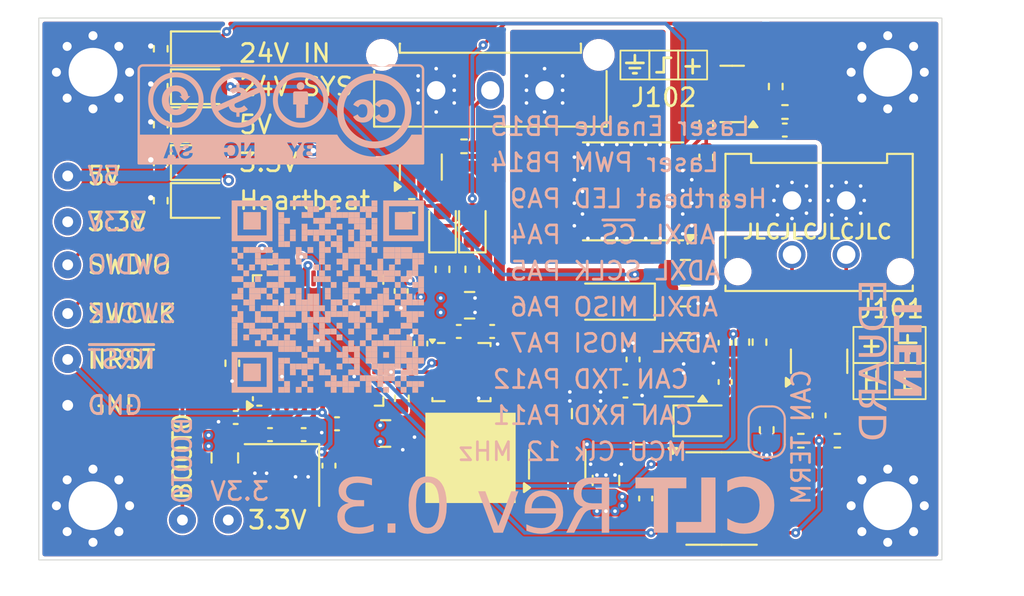
<source format=kicad_pcb>
(kicad_pcb (version 20241229) (generator "pcbnew") (generator_version "9.0")
  (title_block (title "CNbus Laser Toolhead PCB") (date "2025-12-09") (rev "${PROJEKT_REV}") (company "Ediard Iten") (comment 1 "CC BY-NC-SA 4.0"))
  (layers (0 "F.Cu" signal) (4 "In1.Cu" signal) (6 "In2.Cu" signal) (2 "B.Cu" signal) (13 "F.Paste" user) (15 "B.Paste" user) (5 "F.SilkS" user "F.Silkscreen") (7 "B.SilkS" user "B.Silkscreen") (1 "F.Mask" user) (3 "B.Mask" user) (25 "Edge.Cuts" user))
  (property "PROJEKT_REV" "0.3")
  (net 0 "")
  (net 1 "GND")
  (net 2 "/SW")
  (net 3 "Net-(U102-BST)")
  (net 4 "Net-(U102-FB)")
  (net 26 "Net-(U101-PF0)")
  (net 27 "Net-(U101-PF1)")
  (net 30 "/~{NRST}")
  (net 31 "/GATE_{L}")
  (net 32 "Net-(J102-Pin_2)")
  (net 33 "/DRAIN_{L}")
  (net 34 "Net-(Q102-G)")
  (net 35 "Net-(R109-Pad2)")
  (net 36 "/+24V_{L}")
  (net 37 "Net-(U105-Vref)")
  (net 38 "CAN_P")
  (net 39 "CAN_N")
  (net 40 "Net-(JP101-A)")
  (net 41 "Net-(U107-REGOUT)")
  (net 44 "Net-(U101-PA4)")
  (net 45 "Net-(U101-PA6)")
  (net 46 "Net-(U101-PA7)")
  (net 47 "Net-(U101-PA5)")
  (net 48 "/SWDIO")
  (net 49 "Net-(U101-PA12)")
  (net 50 "/SWCLK")
  (net 51 "Net-(U101-PA11)")
  (net 52 "Net-(D104-K)")
  (net 53 "V_{SYS}")
  (net 54 "Net-(D105-K)")
  (net 55 "Net-(D106-K)")
  (net 56 "Net-(D107-K)")
  (net 57 "Net-(D108-K)")
  (net 58 "Net-(D108-A)")
  (net 59 "Net-(D109-A)")
  (net 61 "Net-(D109-K)")
  (net 62 "Net-(D110-K)")
  (net 63 "/BOOT0")
  (net 64 "Net-(D110-A)")
  (net 65 "3.3V")
  (net 66 "5V")
  (net 67 "24V")
  (footprint "prj:NAMED_TEST_POINT" (layer "F.Cu") (at 101.6 83.660758)
    (property "Reference" "TP105" (hide yes))
    (property "Value" "/SWDIO")
  )
  (footprint "Resistor_SMD:R_0402_1005Metric" (layer "F.Cu") (at 106.75 78 90)
    (property "Reference" "R117" (hide yes))
    (property "Value" "220R")
  )
  (footprint "LED_SMD:LED_0805_2012Metric" (layer "F.Cu") (at 109 73.8)
    (property "Reference" "D105" (hide yes))
    (property "Value" "green")
  )
  (footprint "Resistor_SMD:R_0402_1005Metric" (layer "F.Cu") (at 120.1 91.05 -90)
    (property "Reference" "R113" (hide yes))
    (property "Value" "10k")
  )
  (footprint "prj:NAMED_TEST_POINT" (layer "F.Cu") (at 107.95 97.79 90)
    (property "Reference" "TP107" (hide yes))
    (property "Value" "/BOOT0")
  )
  (footprint "prj:NAMED_TEST_POINT" (layer "F.Cu") (at 101.6 81.28)
    (property "Reference" "TP102" (hide yes))
    (property "Value" "3.3V")
  )
  (footprint "Capacitor_SMD:C_0402_1005Metric" (layer "F.Cu") (at 143.2 92 90)
    (property "Reference" "C119" (hide yes))
    (property "Value" "4n7")
  )
  (footprint "Resistor_SMD:R_0402_1005Metric" (layer "F.Cu") (at 110.7125 89.11 90)
    (property "Reference" "R101" (hide yes))
    (property "Value" "10k")
  )
  (footprint "Resistor_SMD:R_0402_1005Metric" (layer "F.Cu") (at 142.19 93.4)
    (property "Reference" "R110" (hide yes))
    (property "Value" "60R4")
  )
  (footprint "MountingHole:MountingHole_2.7mm_Pad_Via" (layer "F.Cu") (at 147 73)
    (property "Reference" "H103" (hide yes))
    (property "Value" "MountingHole")
  )
  (footprint "Package_TO_SOT_SMD:SOT-23" (layer "F.Cu") (at 143.2 89 90)
    (property "Reference" "D103" (hide yes))
    (property "Value" "PESD1CAN")
  )
  (footprint "MountingHole:MountingHole_2.7mm_Pad_Via" (layer "F.Cu") (at 147 97)
    (property "Reference" "H104" (hide yes))
    (property "Value" "MountingHole")
  )
  (footprint "Resistor_SMD:R_0402_1005Metric" (layer "F.Cu") (at 106.75 80.11 90)
    (property "Reference" "R118" (hide yes))
    (property "Value" "1k")
  )
  (footprint "Package_DFN_QFN:AO_DFN-8-1EP_5.55x5.2mm_P1.27mm_EP4.12x4.6mm" (layer "F.Cu") (at 132.9 79.595 180)
    (property "Reference" "Q103" (hide yes))
    (property "Value" "CJAC70P06")
  )
  (footprint "prj:NAMED_TEST_POINT" (layer "F.Cu") (at 101.6 91.44)
    (property "Reference" "TP103" (hide yes))
    (property "Value" "GND")
  )
  (footprint "Connector_Molex:Molex_Micro-Fit_3.0_43650-0315_1x03_P3.00mm_Vertical" (layer "F.Cu") (at 122 74)
    (property "Reference" "J102")
    (property "Value" "Laser")
  )
  (footprint "Capacitor_SMD:C_0402_1005Metric" (layer "F.Cu") (at 116.5125 92.4625 180)
    (property "Reference" "C108" (hide yes))
    (property "Value" "100n")
  )
  (footprint "Package_SO:SOIC-8_3.9x4.9mm_P1.27mm" (layer "F.Cu") (at 137.8 96.6)
    (property "Reference" "U105" (hide yes))
    (property "Value" "SN65HVD230")
  )
  (footprint "MountingHole:MountingHole_2.7mm_Pad_Via" (layer "F.Cu") (at 103 73)
    (property "Reference" "H102" (hide yes))
    (property "Value" "MountingHole")
  )
  (footprint "Resistor_SMD:R_0402_1005Metric" (layer "F.Cu") (at 124 83.91 -90)
    (property "Reference" "R120" (hide yes))
    (property "Value" "470R")
  )
  (footprint "prj:NAMED_TEST_POINT" (layer "F.Cu") (at 101.6 86.36)
    (property "Reference" "TP106" (hide yes))
    (property "Value" "/SWCLK")
  )
  (footprint "LED_SMD:LED_0805_2012Metric" (layer "F.Cu") (at 109 71.7)
    (property "Reference" "D104" (hide yes))
    (property "Value" "green")
  )
  (footprint "Resistor_SMD:R_0402_1005Metric" (layer "F.Cu") (at 141.31 75.2)
    (property "Reference" "R107" (hide yes))
    (property "Value" "10k")
  )
  (footprint "Crystal:Crystal_SMD_3225-4Pin_3.2x2.5mm" (layer "F.Cu") (at 113.4625 95.3 180)
    (property "Reference" "Y101" (hide yes))
    (property "Value" "12 MHz")
  )
  (footprint "Resistor_SMD:R_0402_1005Metric" (layer "F.Cu") (at 136.95 75.84 90)
    (property "Reference" "R104" (hide yes))
    (property "Value" "100k")
  )
  (footprint "Resistor_SMD:R_0402_1005Metric" (layer "F.Cu") (at 122.35 83.91 -90)
    (property "Reference" "R119" (hide yes))
    (property "Value" "470R")
  )
  (footprint "Resistor_SMD:R_0402_1005Metric" (layer "F.Cu") (at 138.95 87.94 -90)
    (property "Reference" "R102" (hide yes))
    (property "Value" "51k")
  )
  (footprint "Capacitor_SMD:C_0402_1005Metric" (layer "F.Cu") (at 133.6 96.6 -90)
    (property "Reference" "C120" (hide yes))
    (property "Value" "100n")
  )
  (footprint "Resistor_SMD:R_0402_1005Metric" (layer "F.Cu") (at 106.75 73.8 90)
    (property "Reference" "R115" (hide yes))
    (property "Value" "33k")
  )
  (footprint "Package_TO_SOT_SMD:SOT-23-6" (layer "F.Cu") (at 135.45 89.395 180)
    (property "Reference" "U102" (hide yes))
    (property "Value" "MP2459")
  )
  (footprint "Resistor_SMD:R_0402_1005Metric" (layer "F.Cu") (at 120.65 80.4)
    (property "Reference" "R108" (hide yes))
    (property "Value" "10k")
  )
  (footprint "Diode_SMD:D_SOD-323" (layer "F.Cu") (at 136.75 92.3)
    (property "Reference" "D102" (hide yes))
    (property "Value" "1N5819WS")
  )
  (footprint "Capacitor_SMD:C_0805_2012Metric" (layer "F.Cu") (at 110.3 94.35 -90)
    (property "Reference" "C103" (hide yes))
    (property "Value" "10u")
  )
  (footprint "Capacitor_SMD:C_0402_1005Metric" (layer "F.Cu") (at 120.0625 85.1125 -90)
    (property "Reference" "C106" (hide yes))
    (property "Value" "100n")
  )
  (footprint "Package_LGA:LGA-16_3x3mm_P0.5mm_LayoutBorder3x5y" (layer "F.Cu") (at 123.4 89.6)
    (property "Reference" "U107" (hide yes))
    (property "Value" "ICM-20602")
  )
  (footprint "Package_DFN_QFN:QFN-48-1EP_7x7mm_P0.5mm_EP5.6x5.6mm" (layer "F.Cu") (at 115.4625 87.85 90)
    (property "Reference" "U101" (hide yes))
    (property "Value" "STM32F072CBUx")
  )
  (footprint "Fuse:Fuse_0805_2012Metric" (layer "F.Cu") (at 135.8 84.1 180)
    (property "Reference" "F101" (hide yes))
    (property "Value" "250mA")
  )
  (footprint "Capacitor_SMD:C_0402_1005Metric" (layer "F.Cu") (at 119.25 77.82 -90)
    (property "Reference" "C118" (hide yes))
    (property "Value" "100n")
  )
  (footprint "prj:NAMED_TEST_POINT" (layer "F.Cu") (at 110.49 97.79)
    (property "Reference" "TP108" (hide yes))
    (property "Value" "3.3V")
  )
  (footprint "Capacitor_SMD:C_0402_1005Metric" (layer "F.Cu") (at 132.9 88.9 90)
    (property "Reference" "C113" (hide yes))
    (property "Value" "100n")
  )
  (footprint "Resistor_SMD:R_0402_1005Metric" (layer "F.Cu") (at 140.8 73.79 -90)
    (property "Reference" "R106" (hide yes))
    (property "Value" "100k")
  )
  (footprint "Capacitor_SMD:C_0402_1005Metric" (layer "F.Cu") (at 112.8 93.0625 180)
    (property "Reference" "C102" (hide yes))
    (property "Value" "33p")
  )
  (footprint "Capacitor_SMD:C_0805_2012Metric" (layer "F.Cu") (at 123.85 85.9)
    (property "Reference" "C121" (hide yes))
    (property "Value" "10u")
  )
  (footprint "LED_SMD:LED_0603_1608Metric" (layer "F.Cu") (at 124 81.4875 90)
    (property "Reference" "D110" (hide yes))
    (property "Value" "red")
  )
  (footprint "Resistor_SMD:R_0402_1005Metric" (layer "F.Cu") (at 139.9 87.94 90)
    (property "Reference" "R103" (hide yes))
    (property "Value" "10k")
  )
  (footprint "Capacitor_SMD:C_0402_1005Metric" (layer "F.Cu") (at 132.48 90.65)
    (property "Reference" "C114" (hide yes))
    (property "Value" "100n")
  )
  (footprint "Package_TO_SOT_SMD:SOT-353_SC-70-5" (layer "F.Cu") (at 121.15 78.25 90)
    (property "Reference" "U104" (hide yes))
    (property "Value" "74AHCT1G125")
  )
  (footprint "Connector_Molex:Molex_Micro-Fit_3.0_43045-0412_2x02_P3.00mm_Vertical" (layer "F.Cu") (at 141.7 80.1)
    (property "Reference" "J101")
    (property "Value" "In")
  )
  (footprint "Capacitor_SMD:C_0402_1005Metric" (layer "F.Cu") (at 138 87.97 -90)
    (property "Reference" "C115" (hide yes))
    (property "Value" "33p")
  )
  (footprint "LED_SMD:LED_0805_2012Metric" (layer "F.Cu") (at 109 75.9)
    (property "Reference" "D106" (hide yes))
    (property "Value" "green")
  )
  (footprint "prj:SERIAL_No" (layer "F.Cu") (at 123.9 94.35)
    (property "Reference" "LABEL104" (hide yes))
    (property "Value" "SERIAL")
  )
  (footprint "Resistor_SMD:R_0402_1005Metric" (layer "F.Cu") (at 123.54 77.1 180)
    (property "Reference" "R109" (hide yes))
    (property "Value" "1k")
  )
  (footprint "prj:NAMED_TEST_POINT" (layer "F.Cu") (at 101.6 88.9)
    (property "Reference" "TP104" (hide yes))
    (property "Value" "/~{NRST}")
  )
  (footprint "Capacitor_SMD:C_0805_2012Metric" (layer "F.Cu") (at 130.25 91.9 90)
    (property "Reference" "C112" (hide yes))
    (property "Value" "22u")
  )
  (footprint "Resistor_SMD:R_0402_1005Metric" (layer "F.Cu") (at 140.3 92.8 -90)
    (property "Reference" "R112" (hide yes))
    (property "Value" "10k")
  )
  (footprint "Resistor_SMD:R_0402_1005Metric" (layer "F.Cu") (at 144.21 93.4)
    (property "Reference" "R111" (hide yes))
    (property "Value" "60R4")
  )
  (footprint "Resistor_SMD:R_0402_1005Metric" (layer "F.Cu") (at 136.95 77.71 -90)
    (property "Reference" "R105" (hide yes))
    (property "Value" "100k")
  )
  (footprint "LED_SMD:LED_0805_2012Metric" (layer "F.Cu") (at 109 78)
    (property "Reference" "D107" (hide yes))
    (property "Value" "green")
  )
  (footprint "LED_SMD:LED_0603_1608Metric" (layer "F.Cu") (at 122.35 81.4875 90)
    (property "Reference" "D109" (hide yes))
    (property "Value" "red")
  )
  (footprint "Capacitor_SMD:C_0402_1005Metric" (layer "F.Cu") (at 110.9 92.1125 180)
    (property "Reference" "C109" (hide yes))
    (property "Value" "100n")
  )
  (footprint "LED_SMD:LED_0805_2012Metric" (layer "F.Cu") (at 109 80.1)
    (property "Reference" "D108" (hide yes))
    (property "Value" "yellow")
  )
  (footprint "Resistor_SMD:R_0402_1005Metric" (layer "F.Cu") (at 106.75 71.7 90)
    (property "Reference" "R114" (hide yes))
    (property "Value" "33k")
  )
  (footprint "Resistor_SMD:R_0402_1005Metric" (layer "F.Cu") (at 106.75 75.9 90)
    (property "Reference" "R116" (hide yes))
    (property "Value" "3.3k")
  )
  (footprint "Capacitor_SMD:C_0402_1005Metric" (layer "F.Cu") (at 114.6625 93.0625)
    (property "Reference" "C101" (hide yes))
    (property "Value" "33p")
  )
  (footprint "Package_TO_SOT_SMD:SOT-23-3" (layer "F.Cu") (at 128.7 94.7 90)
    (property "Reference" "U103" (hide yes))
    (property "Value" "XC6206P332MR-G")
  )
  (footprint "prj:NAMED_TEST_POINT" (layer "F.Cu") (at 101.6 78.74)
    (property "Reference" "TP101" (hide yes))
    (property "Value" "5V")
  )
  (footprint "Capacitor_SMD:C_0402_1005Metric" (layer "F.Cu") (at 123.25 87.35)
    (property "Reference" "C122" (hide yes))
    (property "Value" "100n")
  )
  (footprint "Capacitor_SMD:C_0402_1005Metric" (layer "F.Cu") (at 121.15 88.02 90)
    (property "Reference" "C123" (hide yes))
    (property "Value" "100n")
  )
  (footprint "Capacitor_SMD:C_0402_1005Metric" (layer "F.Cu") (at 138 90.15 -90)
    (property "Reference" "C111" (hide yes))
    (property "Value" "100n")
  )
  (footprint "Capacitor_SMD:C_0402_1005Metric" (layer "F.Cu") (at 112.8125 83.2625)
    (property "Reference" "C105" (hide yes))
    (property "Value" "100n")
  )
  (footprint "Inductor_SMD:L_1008_2520Metric" (layer "F.Cu") (at 133.2 92.5 180)
    (property "Reference" "L101" (hide yes))
    (property "Value" "L")
  )
  (footprint "MountingHole:MountingHole_2.7mm_Pad_Via" (layer "F.Cu") (at 103 97)
    (property "Reference" "H101" (hide yes))
    (property "Value" "MountingHole")
  )
  (footprint "Diode_SMD:D_SOD-123F" (layer "F.Cu") (at 131.9 85.7 180)
    (property "Reference" "D101" (hide yes))
    (property "Value" "SMF24A")
  )
  (footprint "Capacitor_SMD:C_0805_2012Metric" (layer "F.Cu") (at 135.8 86.7)
    (property "Reference" "C110" (hide yes))
    (property "Value" "10u")
  )
  (footprint "Capacitor_SMD:C_0402_1005Metric" (layer "F.Cu") (at 116.0625 94.78 90)
    (property "Reference" "C107" (hide yes))
    (property "Value" "100n")
  )
  (footprint "Package_TO_SOT_SMD:SOT-23" (layer "F.Cu") (at 138.3875 74.2 180)
    (property "Reference" "Q102" (hide yes))
    (property "Value" "2N7002")
  )
  (footprint "Capacitor_SMD:C_0402_1005Metric" (layer "F.Cu") (at 125.1 87.35)
    (property "Reference" "C104" (hide yes))
    (property "Value" "100n")
  )
  (footprint "Capacitor_SMD:C_0402_1005Metric" (layer "F.Cu") (at 141.3 76.2)
    (property "Reference" "C117" (hide yes))
    (property "Value" "100n")
  )
  (footprint "Capacitor_SMD:C_0805_2012Metric" (layer "F.Cu") (at 119.2 93)
    (property "Reference" "C124" (hide yes))
    (property "Value" "10u")
  )
  (footprint "Capacitor_SMD:C_0805_2012Metric" (layer "F.Cu") (at 131.4 95.6 90)
    (property "Reference" "C116" (hide yes))
    (property "Value" "10u")
  )
  (footprint "prj:EduardIten" (layer "B.Cu") (at 143.2 82.02 -90)
    (property "Reference" "LABEL101" (hide yes))
    (property "Value" "CREATED BY")
  )
  (footprint "prj:CC_BY_NC_SA 4" (layer "B.Cu") (at 119.1 74.5 180)
    (property "Reference" "LABEL103" (hide yes))
    (property "Value" "LICENSE")
  )
  (footprint "Jumper:SolderJumper-2_P1.3mm_Bridged_RoundedPad1.0x1.5mm" (layer "B.Cu") (at 140.3 92.9 90)
    (property "Reference" "JP101" (hide yes))
    (property "Value" "Term")
  )
  (footprint "prj:CLT Rev. xxx" (layer "B.Cu") (at 132.5 97.25 180)
    (property "Reference" "LABEL102" (hide yes))
    (property "Value" "PCB  NAME")
  )
  (gr_line (start 134.6 72.2) (end 135 72.2) (stroke (width 0.15)) (layer "F.SilkS"))
  (gr_line (start 134.2 73) (end 134.6 73) (stroke (width 0.15)) (layer "F.SilkS"))
  (gr_rect (start 145.1 87.1) (end 147.1 89.1) (stroke (width 0.1)) (fill no) (layer "F.SilkS"))
  (gr_line (start 134.6 73) (end 134.6 72.2) (stroke (width 0.15)) (layer "F.SilkS"))
  (gr_rect (start 135.4 71.8) (end 137 73.4) (stroke (width 0.1)) (fill no) (layer "F.SilkS"))
  (gr_rect (start 132.2 71.8) (end 133.8 73.4) (stroke (width 0.1)) (fill no) (layer "F.SilkS"))
  (gr_rect (start 147.1 87.1) (end 149.1 89.1) (stroke (width 0.1)) (fill no) (layer "F.SilkS"))
  (gr_rect (start 145.1 89.1) (end 147.1 91.1) (stroke (width 0.1)) (fill no) (layer "F.SilkS"))
  (gr_rect (start 147.1 89.1) (end 149.1 91.1) (stroke (width 0.1)) (fill no) (layer "F.SilkS"))
  (gr_rect (start 133.8 71.8) (end 135.4 73.4) (stroke (width 0.1)) (fill no) (layer "F.SilkS"))
  (gr_poly (pts (xy 114.226625 89.775914) (xy 113.903963 89.775914) (xy 113.903963 89.453251) (xy 114.226625 89.453251)) (fill yes) (layer "B.SilkS"))
  (gr_poly (pts (xy 115.517276 85.903963) (xy 115.194614 85.903963) (xy 115.194614 85.5813) (xy 115.517276 85.5813)) (fill yes) (layer "B.SilkS"))
  (gr_poly (pts (xy 119.389228 85.258638) (xy 119.066564 85.258638) (xy 119.066564 84.935975) (xy 119.389228 84.935975)) (fill yes) (layer "B.SilkS"))
  (gr_poly (pts (xy 118.421239 82.677337) (xy 118.098577 82.677337) (xy 118.098577 82.354675) (xy 118.421239 82.354675)) (fill yes) (layer "B.SilkS"))
  (gr_poly (pts (xy 115.194614 82.032012) (xy 114.871951 82.032012) (xy 114.871951 81.709349) (xy 115.194614 81.709349)) (fill yes) (layer "B.SilkS"))
  (gr_poly (pts (xy 113.903963 86.226626) (xy 113.581301 86.226626) (xy 113.581301 85.903963) (xy 113.903963 85.903963)) (fill yes) (layer "B.SilkS"))
  (gr_poly (pts (xy 115.194614 87.517276) (xy 114.871951 87.517276) (xy 114.871951 87.194613) (xy 115.194614 87.194613)) (fill yes) (layer "B.SilkS"))
  (gr_poly (pts (xy 116.485264 80.741361) (xy 116.162601 80.741361) (xy 116.162601 80.418699) (xy 116.485264 80.418699)) (fill yes) (layer "B.SilkS"))
  (gr_poly (pts (xy 121.325202 88.162601) (xy 121.00254 88.162601) (xy 121.00254 87.839938) (xy 121.325202 87.839938)) (fill yes) (layer "B.SilkS"))
  (gr_poly (pts (xy 113.581301 86.871951) (xy 113.258638 86.871951) (xy 113.258638 86.549288) (xy 113.581301 86.549288)) (fill yes) (layer "B.SilkS"))
  (gr_poly (pts (xy 118.743902 82.032012) (xy 118.421239 82.032012) (xy 118.421239 81.709349) (xy 118.743902 81.709349)) (fill yes) (layer "B.SilkS"))
  (gr_poly (pts (xy 119.389228 87.839938) (xy 119.066564 87.839938) (xy 119.066564 87.517276) (xy 119.389228 87.517276)) (fill yes) (layer "B.SilkS"))
  (gr_poly (pts (xy 114.226625 87.517276) (xy 113.903963 87.517276) (xy 113.903963 87.194613) (xy 114.226625 87.194613)) (fill yes) (layer "B.SilkS"))
  (gr_poly (pts (xy 117.453252 90.42124) (xy 117.130589 90.42124) (xy 117.130589 90.098577) (xy 117.453252 90.098577)) (fill yes) (layer "B.SilkS"))
  (gr_poly (pts (xy 118.743902 90.098577) (xy 118.421239 90.098577) (xy 118.421239 89.775914) (xy 118.743902 89.775914)) (fill yes) (layer "B.SilkS"))
  (gr_poly (pts (xy 116.485264 90.743901) (xy 116.162601 90.743901) (xy 116.162601 90.421239) (xy 116.485264 90.421239)) (fill yes) (layer "B.SilkS"))
  (gr_poly (pts (xy 118.421239 85.258638) (xy 118.098577 85.258638) (xy 118.098577 84.935975) (xy 118.421239 84.935975)) (fill yes) (layer "B.SilkS"))
  (gr_poly (pts (xy 113.258638 85.258638) (xy 112.935976 85.258638) (xy 112.935976 84.935975) (xy 113.258638 84.935975)) (fill yes) (layer "B.SilkS"))
  (gr_poly (pts (xy 117.775914 89.453251) (xy 117.453252 89.453251) (xy 117.453252 89.130588) (xy 117.775914 89.130588)) (fill yes) (layer "B.SilkS"))
  (gr_poly (pts (xy 118.421239 82.032012) (xy 118.098577 82.032012) (xy 118.098577 81.709349) (xy 118.421239 81.709349)) (fill yes) (layer "B.SilkS"))
  (gr_poly (pts (xy 113.903963 81.386687) (xy 113.581301 81.386687) (xy 113.581301 81.064024) (xy 113.903963 81.064024)) (fill yes) (layer "B.SilkS"))
  (gr_poly (pts (xy 121.325202 89.130588) (xy 121.00254 89.130588) (xy 121.00254 88.807926) (xy 121.325202 88.807926)) (fill yes) (layer "B.SilkS"))
  (gr_poly (pts (xy 121.325202 84.935975) (xy 121.00254 84.935975) (xy 121.00254 84.613313) (xy 121.325202 84.613313)) (fill yes) (layer "B.SilkS"))
  (gr_poly (pts (xy 118.743902 88.807927) (xy 118.421239 88.807927) (xy 118.421239 88.485263) (xy 118.743902 88.485263)) (fill yes) (layer "B.SilkS"))
  (gr_poly (pts (xy 119.066564 86.226626) (xy 118.743902 86.226626) (xy 118.743902 85.903963) (xy 119.066564 85.903963)) (fill yes) (layer "B.SilkS"))
  (gr_poly (pts (xy 117.453252 80.418699) (xy 117.130589 80.418699) (xy 117.130589 80.096036) (xy 117.453252 80.096036)) (fill yes) (layer "B.SilkS"))
  (gr_poly (pts (xy 115.839939 83) (xy 115.517276 83) (xy 115.517276 82.677337) (xy 115.839939 82.677337)) (fill yes) (layer "B.SilkS"))
  (gr_poly (pts (xy 119.711889 83.967987) (xy 119.389227 83.967987) (xy 119.389227 83.645325) (xy 119.711889 83.645325)) (fill yes) (layer "B.SilkS"))
  (gr_poly (pts (xy 119.389228 88.162601) (xy 119.066564 88.162601) (xy 119.066564 87.839938) (xy 119.389228 87.839938)) (fill yes) (layer "B.SilkS"))
  (gr_poly (pts (xy 113.581301 82.677337) (xy 113.258638 82.677337) (xy 113.258638 82.354675) (xy 113.581301 82.354675)) (fill yes) (layer "B.SilkS"))
  (gr_poly (pts (xy 115.839939 84.29065) (xy 115.517276 84.29065) (xy 115.517276 83.967987) (xy 115.839939 83.967987)) (fill yes) (layer "B.SilkS"))
  (gr_poly (pts (xy 121.325202 83.322662) (xy 121.00254 83.322662) (xy 121.00254 83) (xy 121.325202 83)) (fill yes) (layer "B.SilkS"))
  (gr_poly (pts (xy 113.581301 89.130588) (xy 113.258638 89.130588) (xy 113.258638 88.807926) (xy 113.581301 88.807926)) (fill yes) (layer "B.SilkS"))
  (gr_poly (pts (xy 119.389228 83.322662) (xy 119.066564 83.322662) (xy 119.066564 83) (xy 119.389228 83)) (fill yes) (layer "B.SilkS"))
  (gr_poly (pts (xy 117.453252 85.258638) (xy 117.130589 85.258638) (xy 117.130589 84.935975) (xy 117.453252 84.935975)) (fill yes) (layer "B.SilkS"))
  (gr_poly (pts (xy 118.743902 88.162601) (xy 118.421239 88.162601) (xy 118.421239 87.839938) (xy 118.743902 87.839938)) (fill yes) (layer "B.SilkS"))
  (gr_poly (pts (xy 115.194614 86.226626) (xy 114.871951 86.226626) (xy 114.871951 85.903963) (xy 115.194614 85.903963)) (fill yes) (layer "B.SilkS"))
  (gr_poly (pts (xy 117.775914 81.709349) (xy 117.453252 81.709349) (xy 117.453252 81.386687) (xy 117.775914 81.386687)) (fill yes) (layer "B.SilkS"))
  (gr_poly (pts (xy 115.839939 87.839938) (xy 115.517276 87.839938) (xy 115.517276 87.517276) (xy 115.839939 87.517276)) (fill yes) (layer "B.SilkS"))
  (gr_poly (pts (xy 113.258638 88.162601) (xy 112.935976 88.162601) (xy 112.935976 87.839938) (xy 113.258638 87.839938)) (fill yes) (layer "B.SilkS"))
  (gr_poly (pts (xy 118.098577 81.386687) (xy 117.775914 81.386687) (xy 117.775914 81.064024) (xy 118.098577 81.064024)) (fill yes) (layer "B.SilkS"))
  (gr_poly (pts (xy 118.421239 88.807927) (xy 118.098577 88.807927) (xy 118.098577 88.485263) (xy 118.421239 88.485263)) (fill yes) (layer "B.SilkS"))
  (gr_poly (pts (xy 112.935975 83) (xy 112.613313 83) (xy 112.613313 82.677337) (xy 112.935975 82.677337)) (fill yes) (layer "B.SilkS"))
  (gr_poly (pts (xy 117.130589 86.226626) (xy 116.807926 86.226626) (xy 116.807926 85.903963) (xy 117.130589 85.903963)) (fill yes) (layer "B.SilkS"))
  (gr_poly (pts (xy 119.389228 85.5813) (xy 119.066564 85.5813) (xy 119.066564 85.258638) (xy 119.389228 85.258638)) (fill yes) (layer "B.SilkS"))
  (gr_poly (pts (xy 114.871951 86.226626) (xy 114.549288 86.226626) (xy 114.549288 85.903963) (xy 114.871951 85.903963)) (fill yes) (layer "B.SilkS"))
  (gr_poly (pts (xy 115.194614 86.871951) (xy 114.871951 86.871951) (xy 114.871951 86.549288) (xy 115.194614 86.549288)) (fill yes) (layer "B.SilkS"))
  (gr_poly (pts (xy 115.839939 84.613313) (xy 115.517276 84.613313) (xy 115.517276 84.29065) (xy 115.839939 84.29065)) (fill yes) (layer "B.SilkS"))
  (gr_poly (pts (xy 117.453252 84.613313) (xy 117.130589 84.613313) (xy 117.130589 84.29065) (xy 117.453252 84.29065)) (fill yes) (layer "B.SilkS"))
  (gr_poly (pts (xy 113.903963 87.839938) (xy 113.581301 87.839938) (xy 113.581301 87.517276) (xy 113.903963 87.517276)) (fill yes) (layer "B.SilkS"))
  (gr_poly (pts (xy 113.581301 89.775914) (xy 113.258638 89.775914) (xy 113.258638 89.453251) (xy 113.581301 89.453251)) (fill yes) (layer "B.SilkS"))
  (gr_poly (pts (xy 115.194614 80.418699) (xy 114.871951 80.418699) (xy 114.871951 80.096036) (xy 115.194614 80.096036)) (fill yes) (layer "B.SilkS"))
  (gr_poly (pts (xy 113.903963 90.743901) (xy 113.581301 90.743901) (xy 113.581301 90.421239) (xy 113.903963 90.421239)) (fill yes) (layer "B.SilkS"))
  (gr_poly (pts (xy 119.389228 85.903963) (xy 119.066564 85.903963) (xy 119.066564 85.5813) (xy 119.389228 85.5813)) (fill yes) (layer "B.SilkS"))
  (gr_poly (pts (xy 113.581301 88.485263) (xy 113.258638 88.485263) (xy 113.258638 88.162601) (xy 113.581301 88.162601)) (fill yes) (layer "B.SilkS"))
  (gr_poly (pts (xy 113.903963 85.5813) (xy 113.581301 85.5813) (xy 113.581301 85.258638) (xy 113.903963 85.258638)) (fill yes) (layer "B.SilkS"))
  (gr_poly (pts (xy 112.613313 83.645324) (xy 112.29065 83.645324) (xy 112.29065 83.322662) (xy 112.613313 83.322662)) (fill yes) (layer "B.SilkS"))
  (gr_poly (pts (xy 120.034552 83) (xy 119.711889 83) (xy 119.711889 82.677337) (xy 120.034552 82.677337)) (fill yes) (layer "B.SilkS"))
  (gr_poly (pts (xy 119.066564 89.453251) (xy 118.743902 89.453251) (xy 118.743902 89.130588) (xy 119.066564 89.130588)) (fill yes) (layer "B.SilkS"))
  (gr_poly (pts (xy 118.098577 82.032012) (xy 117.775914 82.032012) (xy 117.775914 81.709349) (xy 118.098577 81.709349)) (fill yes) (layer "B.SilkS"))
  (gr_poly (pts (xy 111.967988 87.517276) (xy 111.645325 87.517276) (xy 111.645325 87.194613) (xy 111.967988 87.194613)) (fill yes) (layer "B.SilkS"))
  (gr_poly (pts (xy 119.066564 83.967987) (xy 118.743902 83.967987) (xy 118.743902 83.645325) (xy 119.066564 83.645325)) (fill yes) (layer "B.SilkS"))
  (gr_poly (pts (xy 114.226625 88.485263) (xy 113.903963 88.485263) (xy 113.903963 88.162601) (xy 114.226625 88.162601)) (fill yes) (layer "B.SilkS"))
  (gr_poly (pts (xy 113.581301 82.354674) (xy 113.258638 82.354674) (xy 113.258638 82.032012) (xy 113.581301 82.032012)) (fill yes) (layer "B.SilkS"))
  (gr_poly (pts (xy 121.325202 86.549288) (xy 121.00254 86.549288) (xy 121.00254 86.226625) (xy 121.325202 86.226625)) (fill yes) (layer "B.SilkS"))
  (gr_poly (pts (xy 116.162601 84.613313) (xy 115.839939 84.613313) (xy 115.839939 84.29065) (xy 116.162601 84.29065)) (fill yes) (layer "B.SilkS"))
  (gr_poly (pts (xy 117.775914 88.807927) (xy 117.453252 88.807927) (xy 117.453252 88.485263) (xy 117.775914 88.485263)) (fill yes) (layer "B.SilkS"))
  (gr_poly (pts (xy 116.485264 81.064024) (xy 116.162601 81.064024) (xy 116.162601 80.741361) (xy 116.485264 80.741361)) (fill yes) (layer "B.SilkS"))
  (gr_poly (pts (xy 115.517276 84.613313) (xy 115.194614 84.613313) (xy 115.194614 84.29065) (xy 115.517276 84.29065)) (fill yes) (layer "B.SilkS"))
  (gr_poly (pts (xy 113.903963 82.677337) (xy 113.581301 82.677337) (xy 113.581301 82.354675) (xy 113.903963 82.354675)) (fill yes) (layer "B.SilkS"))
  (gr_poly (pts (xy 114.226625 86.549288) (xy 113.903963 86.549288) (xy 113.903963 86.226625) (xy 114.226625 86.226625)) (fill yes) (layer "B.SilkS"))
  (gr_poly (pts (xy 120.034552 84.935975) (xy 119.711889 84.935975) (xy 119.711889 84.613313) (xy 120.034552 84.613313)) (fill yes) (layer "B.SilkS"))
  (gr_poly (pts (xy 116.807927 85.903963) (xy 116.485264 85.903963) (xy 116.485264 85.5813) (xy 116.807927 85.5813)) (fill yes) (layer "B.SilkS"))
  (gr_poly (pts (xy 116.807927 84.29065) (xy 116.485264 84.29065) (xy 116.485264 83.967987) (xy 116.807927 83.967987)) (fill yes) (layer "B.SilkS"))
  (gr_poly (pts (xy 111.645325 85.903963) (xy 111.322662 85.903963) (xy 111.322662 85.5813) (xy 111.645325 85.5813)) (fill yes) (layer "B.SilkS"))
  (gr_poly (pts (xy 121.325202 83.645324) (xy 121.00254 83.645324) (xy 121.00254 83.322662) (xy 121.325202 83.322662)) (fill yes) (layer "B.SilkS"))
  (gr_poly (pts (xy 118.743902 83) (xy 118.421239 83) (xy 118.421239 82.677337) (xy 118.743902 82.677337)) (fill yes) (layer "B.SilkS"))
  (gr_poly (pts (xy 112.29065 85.258638) (xy 111.967988 85.258638) (xy 111.967988 84.935975) (xy 112.29065 84.935975)) (fill yes) (layer "B.SilkS"))
  (gr_poly (pts (xy 117.130589 85.258638) (xy 116.807926 85.258638) (xy 116.807926 84.935975) (xy 117.130589 84.935975)) (fill yes) (layer "B.SilkS"))
  (gr_poly (pts (xy 118.098577 83.322662) (xy 117.775914 83.322662) (xy 117.775914 83) (xy 118.098577 83)) (fill yes) (layer "B.SilkS"))
  (gr_poly (pts (xy 113.258638 87.194613) (xy 112.935976 87.194613) (xy 112.935976 86.871951) (xy 113.258638 86.871951)) (fill yes) (layer "B.SilkS"))
  (gr_poly (pts (xy 118.743902 89.130588) (xy 118.421239 89.130588) (xy 118.421239 88.807926) (xy 118.743902 88.807926)) (fill yes) (layer "B.SilkS"))
  (gr_poly (pts (xy 113.903963 90.42124) (xy 113.581301 90.42124) (xy 113.581301 90.098577) (xy 113.903963 90.098577)) (fill yes) (layer "B.SilkS"))
  (gr_poly (pts (xy 118.421239 90.743901) (xy 118.098577 90.743901) (xy 118.098577 90.421239) (xy 118.421239 90.421239)) (fill yes) (layer "B.SilkS"))
  (gr_poly (pts (xy 121.002541 88.485263) (xy 120.679878 88.485263) (xy 120.679878 88.162601) (xy 121.002541 88.162601)) (fill yes) (layer "B.SilkS"))
  (gr_poly (pts (xy 117.130589 90.098577) (xy 116.807926 90.098577) (xy 116.807926 89.775914) (xy 117.130589 89.775914)) (fill yes) (layer "B.SilkS"))
  (gr_poly (pts (xy 114.549288 83.322662) (xy 114.226626 83.322662) (xy 114.226626 83) (xy 114.549288 83)) (fill yes) (layer "B.SilkS"))
  (gr_poly (pts (xy 111.645325 87.194613) (xy 111.322662 87.194613) (xy 111.322662 86.871951) (xy 111.645325 86.871951)) (fill yes) (layer "B.SilkS"))
  (gr_poly (pts (xy 117.775914 88.485263) (xy 117.453252 88.485263) (xy 117.453252 88.162601) (xy 117.775914 88.162601)) (fill yes) (layer "B.SilkS"))
  (gr_poly (pts (xy 116.162601 88.485263) (xy 115.839939 88.485263) (xy 115.839939 88.162601) (xy 116.162601 88.162601)) (fill yes) (layer "B.SilkS"))
  (gr_poly (pts (xy 116.807927 88.807927) (xy 116.485264 88.807927) (xy 116.485264 88.485263) (xy 116.807927 88.485263)) (fill yes) (layer "B.SilkS"))
  (gr_poly (pts (xy 111.967988 84.935975) (xy 111.645325 84.935975) (xy 111.645325 84.613313) (xy 111.967988 84.613313)) (fill yes) (layer "B.SilkS"))
  (gr_poly (pts (xy 119.066564 83.645324) (xy 118.743902 83.645324) (xy 118.743902 83.322662) (xy 119.066564 83.322662)) (fill yes) (layer "B.SilkS"))
  (gr_poly (pts (xy 118.421239 86.226626) (xy 118.098577 86.226626) (xy 118.098577 85.903963) (xy 118.421239 85.903963)) (fill yes) (layer "B.SilkS"))
  (gr_poly (pts (xy 118.743902 88.485263) (xy 118.421239 88.485263) (xy 118.421239 88.162601) (xy 118.743902 88.162601)) (fill yes) (layer "B.SilkS"))
  (gr_poly (pts (xy 116.162601 90.42124) (xy 115.839939 90.42124) (xy 115.839939 90.098577) (xy 116.162601 90.098577)) (fill yes) (layer "B.SilkS"))
  (gr_poly (pts (xy 116.485264 82.032012) (xy 116.162601 82.032012) (xy 116.162601 81.709349) (xy 116.485264 81.709349)) (fill yes) (layer "B.SilkS"))
  (gr_poly (pts (xy 116.485264 87.517276) (xy 116.162601 87.517276) (xy 116.162601 87.194613) (xy 116.485264 87.194613)) (fill yes) (layer "B.SilkS"))
  (gr_poly (pts (xy 117.453252 81.064024) (xy 117.130589 81.064024) (xy 117.130589 80.741361) (xy 117.453252 80.741361)) (fill yes) (layer "B.SilkS"))
  (gr_poly (pts (xy 117.453252 86.871951) (xy 117.130589 86.871951) (xy 117.130589 86.549288) (xy 117.453252 86.549288)) (fill yes) (layer "B.SilkS"))
  (gr_poly (pts (xy 114.226625 84.613313) (xy 113.903963 84.613313) (xy 113.903963 84.29065) (xy 114.226625 84.29065)) (fill yes) (layer "B.SilkS"))
  (gr_poly (pts (xy 117.453252 81.386687) (xy 117.130589 81.386687) (xy 117.130589 81.064024) (xy 117.453252 81.064024)) (fill yes) (layer "B.SilkS"))
  (gr_poly (pts (xy 119.066564 84.613313) (xy 118.743902 84.613313) (xy 118.743902 84.29065) (xy 119.066564 84.29065)) (fill yes) (layer "B.SilkS"))
  (gr_poly (pts (xy 119.389228 84.613313) (xy 119.066564 84.613313) (xy 119.066564 84.29065) (xy 119.389228 84.29065)) (fill yes) (layer "B.SilkS"))
  (gr_poly (pts (xy 119.389228 89.775914) (xy 119.066564 89.775914) (xy 119.066564 89.453251) (xy 119.389228 89.453251)) (fill yes) (layer "B.SilkS"))
  (gr_poly (pts (xy 114.871951 88.807927) (xy 114.549288 88.807927) (xy 114.549288 88.485263) (xy 114.871951 88.485263)) (fill yes) (layer "B.SilkS"))
  (gr_poly (pts (xy 121.002541 89.130588) (xy 120.679878 89.130588) (xy 120.679878 88.807926) (xy 121.002541 88.807926)) (fill yes) (layer "B.SilkS"))
  (gr_poly (pts (xy 115.517276 87.839938) (xy 115.194614 87.839938) (xy 115.194614 87.517276) (xy 115.517276 87.517276)) (fill yes) (layer "B.SilkS"))
  (gr_poly (pts (xy 112.29065 85.5813) (xy 111.967988 85.5813) (xy 111.967988 85.258638) (xy 112.29065 85.258638)) (fill yes) (layer "B.SilkS"))
  (gr_poly (pts (xy 119.066564 86.871951) (xy 118.743902 86.871951) (xy 118.743902 86.549288) (xy 119.066564 86.549288)) (fill yes) (layer "B.SilkS"))
  (gr_poly (pts (xy 112.29065 90.098576) (xy 111.322662 90.098576) (xy 111.322662 89.130588) (xy 112.29065 89.130588)) (fill yes) (layer "B.SilkS"))
  (gr_poly (pts (xy 117.453252 85.5813) (xy 117.130589 85.5813) (xy 117.130589 85.258638) (xy 117.453252 85.258638)) (fill yes) (layer "B.SilkS"))
  (gr_poly (pts (xy 111 87.194613) (xy 110.677337 87.194613) (xy 110.677337 86.871951) (xy 111 86.871951)) (fill yes) (layer "B.SilkS"))
  (gr_poly (pts (xy 116.485264 90.42124) (xy 116.162601 90.42124) (xy 116.162601 90.098577) (xy 116.485264 90.098577)) (fill yes) (layer "B.SilkS"))
  (gr_poly (pts (xy 115.517276 82.354674) (xy 115.194614 82.354674) (xy 115.194614 82.032012) (xy 115.517276 82.032012)) (fill yes) (layer "B.SilkS"))
  (gr_poly (pts (xy 120.357215 85.258638) (xy 120.034552 85.258638) (xy 120.034552 84.935975) (xy 120.357215 84.935975)) (fill yes) (layer "B.SilkS"))
  (gr_poly (pts (xy 120.034552 90.42124) (xy 119.711889 90.42124) (xy 119.711889 90.098577) (xy 120.034552 90.098577)) (fill yes) (layer "B.SilkS"))
  (gr_poly (pts (xy 114.549288 80.418699) (xy 114.226626 80.418699) (xy 114.226626 80.096036) (xy 114.549288 80.096036)) (fill yes) (layer "B.SilkS"))
  (gr_poly (pts (xy 119.711889 88.162601) (xy 119.389227 88.162601) (xy 119.389227 87.839938) (xy 119.711889 87.839938)) (fill yes) (layer "B.SilkS"))
  (gr_poly (pts (xy 116.162601 83) (xy 115.839939 83) (xy 115.839939 82.677337) (xy 116.162601 82.677337)) (fill yes) (layer "B.SilkS"))
  (gr_poly (pts (xy 114.226625 89.453251) (xy 113.903963 89.453251) (xy 113.903963 89.130588) (xy 114.226625 89.130588)) (fill yes) (layer "B.SilkS"))
  (gr_poly (pts (xy 115.517276 86.226626) (xy 115.194614 86.226626) (xy 115.194614 85.903963) (xy 115.517276 85.903963)) (fill yes) (layer "B.SilkS"))
  (gr_poly (pts (xy 121.002541 87.517276) (xy 120.679878 87.517276) (xy 120.679878 87.194613) (xy 121.002541 87.194613)) (fill yes) (layer "B.SilkS"))
  (gr_poly (pts (xy 112.29065 83.322662) (xy 111.967988 83.322662) (xy 111.967988 83) (xy 112.29065 83)) (fill yes) (layer "B.SilkS"))
  (gr_poly (pts (xy 115.839939 83.645324) (xy 115.517276 83.645324) (xy 115.517276 83.322662) (xy 115.839939 83.322662)) (fill yes) (layer "B.SilkS"))
  (gr_poly (pts (xy 118.421239 88.485263) (xy 118.098577 88.485263) (xy 118.098577 88.162601) (xy 118.421239 88.162601)) (fill yes) (layer "B.SilkS"))
  (gr_poly (pts (xy 115.517276 88.162601) (xy 115.194614 88.162601) (xy 115.194614 87.839938) (xy 115.517276 87.839938)) (fill yes) (layer "B.SilkS"))
  (gr_poly (pts (xy 112.29065 81.709349) (xy 111.322662 81.709349) (xy 111.322662 80.741361) (xy 112.29065 80.741361)) (fill yes) (layer "B.SilkS"))
  (gr_poly (pts (xy 114.549288 83) (xy 114.226626 83) (xy 114.226626 82.677337) (xy 114.549288 82.677337)) (fill yes) (layer "B.SilkS"))
  (gr_poly (pts (xy 114.871951 86.549288) (xy 114.549288 86.549288) (xy 114.549288 86.226625) (xy 114.871951 86.226625)) (fill yes) (layer "B.SilkS"))
  (gr_poly (pts (xy 120.357215 89.130588) (xy 120.034552 89.130588) (xy 120.034552 88.807926) (xy 120.357215 88.807926)) (fill yes) (layer "B.SilkS"))
  (gr_poly (pts (xy 112.29065 84.613313) (xy 111.967988 84.613313) (xy 111.967988 84.29065) (xy 112.29065 84.29065)) (fill yes) (layer "B.SilkS"))
  (gr_poly (pts (xy 115.839939 82.677337) (xy 115.517276 82.677337) (xy 115.517276 82.354675) (xy 115.839939 82.354675)) (fill yes) (layer "B.SilkS"))
  (gr_poly (pts (xy 114.871951 90.42124) (xy 114.549288 90.42124) (xy 114.549288 90.098577) (xy 114.871951 90.098577)) (fill yes) (layer "B.SilkS"))
  (gr_poly (pts (xy 120.034552 83.645324) (xy 119.711889 83.645324) (xy 119.711889 83.322662) (xy 120.034552 83.322662)) (fill yes) (layer "B.SilkS"))
  (gr_poly (pts (xy 111 88.162601) (xy 110.677337 88.162601) (xy 110.677337 87.839938) (xy 111 87.839938)) (fill yes) (layer "B.SilkS"))
  (gr_poly (pts (xy 117.130589 90.42124) (xy 116.807926 90.42124) (xy 116.807926 90.098577) (xy 117.130589 90.098577)) (fill yes) (layer "B.SilkS"))
  (gr_poly (pts (xy 117.775914 83) (xy 117.453252 83) (xy 117.453252 82.677337) (xy 117.775914 82.677337)) (fill yes) (layer "B.SilkS"))
  (gr_poly (pts (xy 120.034552 85.5813) (xy 119.711889 85.5813) (xy 119.711889 85.258638) (xy 120.034552 85.258638)) (fill yes) (layer "B.SilkS"))
  (gr_poly (pts (xy 116.162601 85.258638) (xy 115.839939 85.258638) (xy 115.839939 84.935975) (xy 116.162601 84.935975)) (fill yes) (layer "B.SilkS"))
  (gr_poly (pts (xy 120.357215 88.485263) (xy 120.034552 88.485263) (xy 120.034552 88.162601) (xy 120.357215 88.162601)) (fill yes) (layer "B.SilkS"))
  (gr_poly (pts (xy 121.002541 90.42124) (xy 120.679878 90.42124) (xy 120.679878 90.098577) (xy 121.002541 90.098577)) (fill yes) (layer "B.SilkS"))
  (gr_poly (pts (xy 117.130589 89.130588) (xy 116.807926 89.130588) (xy 116.807926 88.807926) (xy 117.130589 88.807926)) (fill yes) (layer "B.SilkS"))
  (gr_poly (pts (xy 114.549288 85.258638) (xy 114.226626 85.258638) (xy 114.226626 84.935975) (xy 114.549288 84.935975)) (fill yes) (layer "B.SilkS"))
  (gr_poly (pts (xy 119.711889 84.29065) (xy 119.389227 84.29065) (xy 119.389227 83.967987) (xy 119.711889 83.967987)) (fill yes) (layer "B.SilkS"))
  (gr_poly (pts (xy 117.453252 83) (xy 117.130589 83) (xy 117.130589 82.677337) (xy 117.453252 82.677337)) (fill yes) (layer "B.SilkS"))
  (gr_poly (pts (xy 114.226625 88.162601) (xy 113.903963 88.162601) (xy 113.903963 87.839938) (xy 114.226625 87.839938)) (fill yes) (layer "B.SilkS"))
  (gr_poly (pts (xy 113.581301 90.098577) (xy 113.258638 90.098577) (xy 113.258638 89.775914) (xy 113.581301 89.775914)) (fill yes) (layer "B.SilkS"))
  (gr_poly (pts (xy 116.807927 81.064024) (xy 116.485264 81.064024) (xy 116.485264 80.741361) (xy 116.807927 80.741361)) (fill yes) (layer "B.SilkS"))
  (gr_poly (pts (xy 117.130589 81.064024) (xy 116.807926 81.064024) (xy 116.807926 80.741361) (xy 117.130589 80.741361)) (fill yes) (layer "B.SilkS"))
  (gr_poly (pts (xy 120.034552 84.29065) (xy 119.711889 84.29065) (xy 119.711889 83.967987) (xy 120.034552 83.967987)) (fill yes) (layer "B.SilkS"))
  (gr_poly (pts (xy 115.194614 87.194613) (xy 114.871951 87.194613) (xy 114.871951 86.871951) (xy 115.194614 86.871951)) (fill yes) (layer "B.SilkS"))
  (gr_poly (pts (xy 112.935975 86.226626) (xy 112.613313 86.226626) (xy 112.613313 85.903963) (xy 112.935975 85.903963)) (fill yes) (layer "B.SilkS"))
  (gr_poly (pts (xy 113.581301 81.386687) (xy 113.258638 81.386687) (xy 113.258638 81.064024) (xy 113.581301 81.064024)) (fill yes) (layer "B.SilkS"))
  (gr_poly (pts (xy 120.034552 88.807927) (xy 119.711889 88.807927) (xy 119.711889 88.485263) (xy 120.034552 88.485263)) (fill yes) (layer "B.SilkS"))
  (gr_poly (pts (xy 116.162601 88.162601) (xy 115.839939 88.162601) (xy 115.839939 87.839938) (xy 116.162601 87.839938)) (fill yes) (layer "B.SilkS"))
  (gr_poly (pts (xy 112.935975 88.162601) (xy 112.613313 88.162601) (xy 112.613313 87.839938) (xy 112.935975 87.839938)) (fill yes) (layer "B.SilkS"))
  (gr_poly (pts (xy 117.775914 85.258638) (xy 117.453252 85.258638) (xy 117.453252 84.935975) (xy 117.775914 84.935975)) (fill yes) (layer "B.SilkS"))
  (gr_poly (pts (xy 115.194614 89.130588) (xy 114.871951 89.130588) (xy 114.871951 88.807926) (xy 115.194614 88.807926)) (fill yes) (layer "B.SilkS"))
  (gr_poly (pts (xy 113.581301 83.967987) (xy 113.258638 83.967987) (xy 113.258638 83.645325) (xy 113.581301 83.645325)) (fill yes) (layer "B.SilkS"))
  (gr_poly (pts (xy 119.711889 87.517276) (xy 119.389227 87.517276) (xy 119.389227 87.194613) (xy 119.711889 87.194613)) (fill yes) (layer "B.SilkS"))
  (gr_poly (pts (xy 118.743902 80.418699) (xy 118.421239 80.418699) (xy 118.421239 80.096036) (xy 118.743902 80.096036)) (fill yes) (layer "B.SilkS"))
  (gr_poly (pts (xy 120.679878 88.162601) (xy 120.357215 88.162601) (xy 120.357215 87.839938) (xy 120.679878 87.839938)) (fill yes) (layer "B.SilkS"))
  (gr_poly (pts (xy 115.517276 85.5813) (xy 115.194614 85.5813) (xy 115.194614 85.258638) (xy 115.517276 85.258638)) (fill yes) (layer "B.SilkS"))
  (gr_poly (pts (xy 118.743902 81.386687) (xy 118.421239 81.386687) (xy 118.421239 81.064024) (xy 118.743902 81.064024)) (fill yes) (layer "B.SilkS"))
  (gr_poly (pts (xy 117.775914 80.418699) (xy 117.453252 80.418699) (xy 117.453252 80.096036) (xy 117.775914 80.096036)) (fill yes) (layer "B.SilkS"))
  (gr_poly (pts (xy 120.679878 89.453251) (xy 120.357215 89.453251) (xy 120.357215 89.130588) (xy 120.679878 89.130588)) (fill yes) (layer "B.SilkS"))
  (gr_poly (pts (xy 116.807927 81.709349) (xy 116.485264 81.709349) (xy 116.485264 81.386687) (xy 116.807927 81.386687)) (fill yes) (layer "B.SilkS"))
  (gr_poly (pts (xy 121.002541 89.775914) (xy 120.679878 89.775914) (xy 120.679878 89.453251) (xy 121.002541 89.453251)) (fill yes) (layer "B.SilkS"))
  (gr_poly (pts (xy 118.743902 87.517276) (xy 118.421239 87.517276) (xy 118.421239 87.194613) (xy 118.743902 87.194613)) (fill yes) (layer "B.SilkS"))
  (gr_poly (pts (xy 115.194614 81.064024) (xy 114.871951 81.064024) (xy 114.871951 80.741361) (xy 115.194614 80.741361)) (fill yes) (layer "B.SilkS"))
  (gr_poly (pts (xy 118.098577 84.935975) (xy 117.775914 84.935975) (xy 117.775914 84.613313) (xy 118.098577 84.613313)) (fill yes) (layer "B.SilkS"))
  (gr_poly (pts (xy 113.581301 81.709349) (xy 113.258638 81.709349) (xy 113.258638 81.386687) (xy 113.581301 81.386687)) (fill yes) (layer "B.SilkS"))
  (gr_poly (pts (xy 120.357215 88.162601) (xy 120.034552 88.162601) (xy 120.034552 87.839938) (xy 120.357215 87.839938)) (fill yes) (layer "B.SilkS"))
  (gr_poly (pts (xy 112.613313 87.517276) (xy 112.29065 87.517276) (xy 112.29065 87.194613) (xy 112.613313 87.194613)) (fill yes) (layer "B.SilkS"))
  (gr_poly (pts (xy 115.517276 88.485263) (xy 115.194614 88.485263) (xy 115.194614 88.162601) (xy 115.517276 88.162601)) (fill yes) (layer "B.SilkS"))
  (gr_poly (pts (xy 113.581301 89.453251) (xy 113.258638 89.453251) (xy 113.258638 89.130588) (xy 113.581301 89.130588)) (fill yes) (layer "B.SilkS"))
  (gr_poly (pts (xy 113.581301 84.613313) (xy 113.258638 84.613313) (xy 113.258638 84.29065) (xy 113.581301 84.29065)) (fill yes) (layer "B.SilkS"))
  (gr_poly (pts (xy 117.130589 83.322662) (xy 116.807926 83.322662) (xy 116.807926 83) (xy 117.130589 83)) (fill yes) (layer "B.SilkS"))
  (gr_poly (pts (xy 115.517276 83.967987) (xy 115.194614 83.967987) (xy 115.194614 83.645325) (xy 115.517276 83.645325)) (fill yes) (layer "B.SilkS"))
  (gr_poly (pts (xy 117.775914 81.064024) (xy 117.453252 81.064024) (xy 117.453252 80.741361) (xy 117.775914 80.741361)) (fill yes) (layer "B.SilkS"))
  (gr_poly (pts (xy 112.29065 83.645324) (xy 111.967988 83.645324) (xy 111.967988 83.322662) (xy 112.29065 83.322662)) (fill yes) (layer "B.SilkS"))
  (gr_poly (pts (xy 118.098577 86.226626) (xy 117.775914 86.226626) (xy 117.775914 85.903963) (xy 118.098577 85.903963)) (fill yes) (layer "B.SilkS"))
  (gr_poly (pts (xy 115.517276 82.032012) (xy 115.194614 82.032012) (xy 115.194614 81.709349) (xy 115.517276 81.709349)) (fill yes) (layer "B.SilkS"))
  (gr_poly (pts (xy 113.581301 90.743901) (xy 113.258638 90.743901) (xy 113.258638 90.421239) (xy 113.581301 90.421239)) (fill yes) (layer "B.SilkS"))
  (gr_poly (pts (xy 117.453252 88.162601) (xy 117.130589 88.162601) (xy 117.130589 87.839938) (xy 117.453252 87.839938)) (fill yes) (layer "B.SilkS"))
  (gr_poly (pts (xy 111 85.5813) (xy 110.677337 85.5813) (xy 110.677337 85.258638) (xy 111 85.258638)) (fill yes) (layer "B.SilkS"))
  (gr_poly (pts (xy 111.322662 86.549288) (xy 111 86.549288) (xy 111 86.226625) (xy 111.322662 86.226625)) (fill yes) (layer "B.SilkS"))
  (gr_poly (pts (xy 115.839939 81.386687) (xy 115.517276 81.386687) (xy 115.517276 81.064024) (xy 115.839939 81.064024)) (fill yes) (layer "B.SilkS"))
  (gr_poly (pts (xy 111.645325 87.839938) (xy 111.322662 87.839938) (xy 111.322662 87.517276) (xy 111.645325 87.517276)) (fill yes) (layer "B.SilkS"))
  (gr_poly (pts (xy 117.775914 89.775914) (xy 117.453252 89.775914) (xy 117.453252 89.453251) (xy 117.775914 89.453251)) (fill yes) (layer "B.SilkS"))
  (gr_poly (pts (xy 114.549288 85.903963) (xy 114.226626 85.903963) (xy 114.226626 85.5813) (xy 114.549288 85.5813)) (fill yes) (layer "B.SilkS"))
  (gr_poly (pts (xy 118.743902 85.903963) (xy 118.421239 85.903963) (xy 118.421239 85.5813) (xy 118.743902 85.5813)) (fill yes) (layer "B.SilkS"))
  (gr_poly (pts (xy 121.002541 86.549288) (xy 120.679878 86.549288) (xy 120.679878 86.226625) (xy 121.002541 86.226625)) (fill yes) (layer "B.SilkS"))
  (gr_poly (pts (xy 120.679878 85.5813) (xy 120.357215 85.5813) (xy 120.357215 85.258638) (xy 120.679878 85.258638)) (fill yes) (layer "B.SilkS"))
  (gr_poly (pts (xy 121.002541 83.967987) (xy 120.679878 83.967987) (xy 120.679878 83.645325) (xy 121.002541 83.645325)) (fill yes) (layer "B.SilkS"))
  (gr_poly (pts (xy 117.775914 81.386687) (xy 117.453252 81.386687) (xy 117.453252 81.064024) (xy 117.775914 81.064024)) (fill yes) (layer "B.SilkS"))
  (gr_poly (pts (xy 116.807927 83.645324) (xy 116.485264 83.645324) (xy 116.485264 83.322662) (xy 116.807927 83.322662)) (fill yes) (layer "B.SilkS"))
  (gr_poly (pts (xy 118.098577 83.645324) (xy 117.775914 83.645324) (xy 117.775914 83.322662) (xy 118.098577 83.322662)) (fill yes) (layer "B.SilkS"))
  (gr_poly (pts (xy 118.743902 84.29065) (xy 118.421239 84.29065) (xy 118.421239 83.967987) (xy 118.743902 83.967987)) (fill yes) (layer "B.SilkS"))
  (gr_poly (pts (xy 120.679878 87.194613) (xy 120.357215 87.194613) (xy 120.357215 86.871951) (xy 120.679878 86.871951)) (fill yes) (layer "B.SilkS"))
  (gr_poly (pts (xy 116.807927 87.839938) (xy 116.485264 87.839938) (xy 116.485264 87.517276) (xy 116.807927 87.517276)) (fill yes) (layer "B.SilkS"))
  (gr_poly (pts (xy 111.967988 85.5813) (xy 111.645325 85.5813) (xy 111.645325 85.258638) (xy 111.967988 85.258638)) (fill yes) (layer "B.SilkS"))
  (gr_poly (pts (xy 117.453252 88.485263) (xy 117.130589 88.485263) (xy 117.130589 88.162601) (xy 117.453252 88.162601)) (fill yes) (layer "B.SilkS"))
  (gr_poly (pts (xy 113.581301 81.064024) (xy 113.258638 81.064024) (xy 113.258638 80.741361) (xy 113.581301 80.741361)) (fill yes) (layer "B.SilkS"))
  (gr_poly (pts (xy 116.162601 83.967987) (xy 115.839939 83.967987) (xy 115.839939 83.645325) (xy 116.162601 83.645325)) (fill yes) (layer "B.SilkS"))
  (gr_poly (pts (xy 120.679878 89.130588) (xy 120.357215 89.130588) (xy 120.357215 88.807926) (xy 120.679878 88.807926)) (fill yes) (layer "B.SilkS"))
  (gr_poly (pts (xy 114.226625 82.032012) (xy 113.903963 82.032012) (xy 113.903963 81.709349) (xy 114.226625 81.709349)) (fill yes) (layer "B.SilkS"))
  (gr_poly (pts (xy 116.485264 82.677337) (xy 116.162601 82.677337) (xy 116.162601 82.354675) (xy 116.485264 82.354675)) (fill yes) (layer "B.SilkS"))
  (gr_poly (pts (xy 120.357215 86.226626) (xy 120.034552 86.226626) (xy 120.034552 85.903963) (xy 120.357215 85.903963)) (fill yes) (layer "B.SilkS"))
  (gr_poly (pts (xy 120.357215 83.322662) (xy 120.034552 83.322662) (xy 120.034552 83) (xy 120.357215 83)) (fill yes) (layer "B.SilkS"))
  (gr_poly (pts (xy 120.679878 88.485263) (xy 120.357215 88.485263) (xy 120.357215 88.162601) (xy 120.679878 88.162601)) (fill yes) (layer "B.SilkS"))
  (gr_poly (pts (xy 120.679878 87.839938) (xy 120.357215 87.839938) (xy 120.357215 87.517276) (xy 120.679878 87.517276)) (fill yes) (layer "B.SilkS"))
  (gr_poly (pts (xy 113.258638 87.839938) (xy 112.935976 87.839938) (xy 112.935976 87.517276) (xy 113.258638 87.517276)) (fill yes) (layer "B.SilkS"))
  (gr_poly (pts (xy 117.453252 86.549288) (xy 117.130589 86.549288) (xy 117.130589 86.226625) (xy 117.453252 86.226625)) (fill yes) (layer "B.SilkS"))
  (gr_poly (pts (xy 117.130589 85.5813) (xy 116.807926 85.5813) (xy 116.807926 85.258638) (xy 117.130589 85.258638)) (fill yes) (layer "B.SilkS"))
  (gr_poly (pts (xy 118.743902 82.354674) (xy 118.421239 82.354674) (xy 118.421239 82.032012) (xy 118.743902 82.032012)) (fill yes) (layer "B.SilkS"))
  (gr_poly (pts (xy 121.002541 84.935975) (xy 120.679878 84.935975) (xy 120.679878 84.613313) (xy 121.002541 84.613313)) (fill yes) (layer "B.SilkS"))
  (gr_poly (pts (xy 111.322662 85.258638) (xy 111 85.258638) (xy 111 84.935975) (xy 111.322662 84.935975)) (fill yes) (layer "B.SilkS"))
  (gr_poly (pts (xy 111.322662 84.613313) (xy 111 84.613313) (xy 111 84.29065) (xy 111.322662 84.29065)) (fill yes) (layer "B.SilkS"))
  (gr_poly (pts (xy 117.130589 86.549288) (xy 116.807926 86.549288) (xy 116.807926 86.226625) (xy 117.130589 86.226625)) (fill yes) (layer "B.SilkS"))
  (gr_poly (pts (xy 111 84.613313) (xy 110.677337 84.613313) (xy 110.677337 84.29065) (xy 111 84.29065)) (fill yes) (layer "B.SilkS"))
  (gr_poly (pts (xy 118.098577 86.871951) (xy 117.775914 86.871951) (xy 117.775914 86.549288) (xy 118.098577 86.549288)) (fill yes) (layer "B.SilkS"))
  (gr_poly (pts (xy 111 86.226626) (xy 110.677337 86.226626) (xy 110.677337 85.903963) (xy 111 85.903963)) (fill yes) (layer "B.SilkS"))
  (gr_poly (pts (xy 119.066564 85.903963) (xy 118.743902 85.903963) (xy 118.743902 85.5813) (xy 119.066564 85.5813)) (fill yes) (layer "B.SilkS"))
  (gr_poly (pts (xy 115.839939 89.775914) (xy 115.517276 89.775914) (xy 115.517276 89.453251) (xy 115.839939 89.453251)) (fill yes) (layer "B.SilkS"))
  (gr_poly (pts (xy 114.549288 87.194613) (xy 114.226626 87.194613) (xy 114.226626 86.871951) (xy 114.549288 86.871951)) (fill yes) (layer "B.SilkS"))
  (gr_poly (pts (xy 112.613313 86.871951) (xy 112.29065 86.871951) (xy 112.29065 86.549288) (xy 112.613313 86.549288)) (fill yes) (layer "B.SilkS"))
  (gr_poly (pts (xy 119.066564 88.162601) (xy 118.743902 88.162601) (xy 118.743902 87.839938) (xy 119.066564 87.839938)) (fill yes) (layer "B.SilkS"))
  (gr_poly (pts (xy 115.194614 85.5813) (xy 114.871951 85.5813) (xy 114.871951 85.258638) (xy 115.194614 85.258638)) (fill yes) (layer "B.SilkS"))
  (gr_poly (pts (xy 121.002541 83.645324) (xy 120.679878 83.645324) (xy 120.679878 83.322662) (xy 121.002541 83.322662)) (fill yes) (layer "B.SilkS"))
  (gr_poly (pts (xy 116.807927 87.194613) (xy 116.485264 87.194613) (xy 116.485264 86.871951) (xy 116.807927 86.871951)) (fill yes) (layer "B.SilkS"))
  (gr_poly (pts (xy 119.711889 89.453251) (xy 119.389227 89.453251) (xy 119.389227 89.130588) (xy 119.711889 89.130588)) (fill yes) (layer "B.SilkS"))
  (gr_poly (pts (xy 117.453252 89.775914) (xy 117.130589 89.775914) (xy 117.130589 89.453251) (xy 117.453252 89.453251)) (fill yes) (layer "B.SilkS"))
  (gr_poly (pts (xy 117.130589 88.485263) (xy 116.807926 88.485263) (xy 116.807926 88.162601) (xy 117.130589 88.162601)) (fill yes) (layer "B.SilkS"))
  (gr_poly (pts (xy 116.807927 82.677337) (xy 116.485264 82.677337) (xy 116.485264 82.354675) (xy 116.807927 82.354675)) (fill yes) (layer "B.SilkS"))
  (gr_poly (pts (xy 118.421239 89.130588) (xy 118.098577 89.130588) (xy 118.098577 88.807926) (xy 118.421239 88.807926)) (fill yes) (layer "B.SilkS"))
  (gr_poly (pts (xy 120.679878 85.903963) (xy 120.357215 85.903963) (xy 120.357215 85.5813) (xy 120.679878 85.5813)) (fill yes) (layer "B.SilkS"))
  (gr_poly (pts (xy 114.871951 82.354674) (xy 114.549288 82.354674) (xy 114.549288 82.032012) (xy 114.871951 82.032012)) (fill yes) (layer "B.SilkS"))
  (gr_poly (pts (xy 113.258638 86.226626) (xy 112.935976 86.226626) (xy 112.935976 85.903963) (xy 113.258638 85.903963)) (fill yes) (layer "B.SilkS"))
  (gr_poly (pts (xy 118.098577 83) (xy 117.775914 83) (xy 117.775914 82.677337) (xy 118.098577 82.677337)) (fill yes) (layer "B.SilkS"))
  (gr_poly (pts (xy 111.645325 84.935975) (xy 111.322662 84.935975) (xy 111.322662 84.613313) (xy 111.645325 84.613313)) (fill yes) (layer "B.SilkS"))
  (gr_poly (pts (xy 120.357215 83) (xy 120.034552 83) (xy 120.034552 82.677337) (xy 120.357215 82.677337)) (fill yes) (layer "B.SilkS"))
  (gr_poly (pts (xy 117.775914 90.42124) (xy 117.453252 90.42124) (xy 117.453252 90.098577) (xy 117.775914 90.098577)) (fill yes) (layer "B.SilkS"))
  (gr_poly (pts (xy 116.485264 80.418699) (xy 116.162601 80.418699) (xy 116.162601 80.096036) (xy 116.485264 80.096036)) (fill yes) (layer "B.SilkS"))
  (gr_poly (pts (xy 115.517276 86.871951) (xy 115.194614 86.871951) (xy 115.194614 86.549288) (xy 115.517276 86.549288)) (fill yes) (layer "B.SilkS"))
  (gr_poly (pts (xy 114.871951 81.064024) (xy 114.549288 81.064024) (xy 114.549288 80.741361) (xy 114.871951 80.741361)) (fill yes) (layer "B.SilkS"))
  (gr_poly (pts (xy 120.679878 89.775914) (xy 120.357215 89.775914) (xy 120.357215 89.453251) (xy 120.679878 89.453251)) (fill yes) (layer "B.SilkS"))
  (gr_poly (pts (xy 120.679878 83) (xy 120.357215 83) (xy 120.357215 82.677337) (xy 120.679878 82.677337)) (fill yes) (layer "B.SilkS"))
  (gr_poly (pts (xy 119.066564 86.549288) (xy 118.743902 86.549288) (xy 118.743902 86.226625) (xy 119.066564 86.226625)) (fill yes) (layer "B.SilkS"))
  (gr_poly (pts (xy 116.162601 82.354674) (xy 115.839939 82.354674) (xy 115.839939 82.032012) (xy 116.162601 82.032012)) (fill yes) (layer "B.SilkS"))
  (gr_poly (pts (xy 118.421239 80.741361) (xy 118.098577 80.741361) (xy 118.098577 80.418699) (xy 118.421239 80.418699)) (fill yes) (layer "B.SilkS"))
  (gr_poly (pts (xy 115.839939 87.517276) (xy 115.517276 87.517276) (xy 115.517276 87.194613) (xy 115.839939 87.194613)) (fill yes) (layer "B.SilkS"))
  (gr_poly (pts (xy 111 83) (xy 110.677337 83) (xy 110.677337 82.677337) (xy 111 82.677337)) (fill yes) (layer "B.SilkS"))
  (gr_poly (pts (xy 118.098577 82.677337) (xy 117.775914 82.677337) (xy 117.775914 82.354675) (xy 118.098577 82.354675)) (fill yes) (layer "B.SilkS"))
  (gr_poly (pts (xy 115.517276 80.741361) (xy 115.194614 80.741361) (xy 115.194614 80.418699) (xy 115.517276 80.418699)) (fill yes) (layer "B.SilkS"))
  (gr_poly (pts (xy 119.389228 88.807927) (xy 119.066564 88.807927) (xy 119.066564 88.485263) (xy 119.389228 88.485263)) (fill yes) (layer "B.SilkS"))
  (gr_poly (pts (xy 121.002541 86.871951) (xy 120.679878 86.871951) (xy 120.679878 86.549288) (xy 121.002541 86.549288)) (fill yes) (layer "B.SilkS"))
  (gr_poly (pts (xy 119.389228 90.743901) (xy 119.066564 90.743901) (xy 119.066564 90.421239) (xy 119.389228 90.421239)) (fill yes) (layer "B.SilkS"))
  (gr_poly (pts (xy 120.357215 86.549288) (xy 120.034552 86.549288) (xy 120.034552 86.226625) (xy 120.357215 86.226625)) (fill yes) (layer "B.SilkS"))
  (gr_poly (pts (xy 111.322662 83.322662) (xy 111 83.322662) (xy 111 83) (xy 111.322662 83)) (fill yes) (layer "B.SilkS"))
  (gr_poly (pts (xy 117.453252 89.130588) (xy 117.130589 89.130588) (xy 117.130589 88.807926) (xy 117.453252 88.807926)) (fill yes) (layer "B.SilkS"))
  (gr_poly (pts (xy 117.775914 82.677337) (xy 117.453252 82.677337) (xy 117.453252 82.354675) (xy 117.775914 82.354675)) (fill yes) (layer "B.SilkS"))
  (gr_poly (pts (xy 112.29065 83) (xy 111.967988 83) (xy 111.967988 82.677337) (xy 112.29065 82.677337)) (fill yes) (layer "B.SilkS"))
  (gr_poly (pts (xy 116.162601 86.549288) (xy 115.839939 86.549288) (xy 115.839939 86.226625) (xy 116.162601 86.226625)) (fill yes) (layer "B.SilkS"))
  (gr_poly (pts (xy 121.325202 85.258638) (xy 121.00254 85.258638) (xy 121.00254 84.935975) (xy 121.325202 84.935975)) (fill yes) (layer "B.SilkS"))
  (gr_poly (pts (xy 113.258638 85.903963) (xy 112.935976 85.903963) (xy 112.935976 85.5813) (xy 113.258638 85.5813)) (fill yes) (layer "B.SilkS"))
  (gr_poly (pts (xy 115.839939 81.709349) (xy 115.517276 81.709349) (xy 115.517276 81.386687) (xy 115.839939 81.386687)) (fill yes) (layer "B.SilkS"))
  (gr_poly (pts (xy 117.453252 85.903963) (xy 117.130589 85.903963) (xy 117.130589 85.5813) (xy 117.453252 85.5813)) (fill yes) (layer "B.SilkS"))
  (gr_poly (pts (xy 120.679878 86.871951) (xy 120.357215 86.871951) (xy 120.357215 86.549288) (xy 120.679878 86.549288)) (fill yes) (layer "B.SilkS"))
  (gr_poly (pts (xy 114.871951 80.418699) (xy 114.549288 80.418699) (xy 114.549288 80.096036) (xy 114.871951 80.096036)) (fill yes) (layer "B.SilkS"))
  (gr_poly (pts (xy 114.871951 82.032012) (xy 114.549288 82.032012) (xy 114.549288 81.709349) (xy 114.871951 81.709349)) (fill yes) (layer "B.SilkS"))
  (gr_poly (pts (xy 115.517276 86.549288) (xy 115.194614 86.549288) (xy 115.194614 86.226625) (xy 115.517276 86.226625)) (fill yes) (layer "B.SilkS"))
  (gr_poly (pts (xy 117.453252 82.354674) (xy 117.130589 82.354674) (xy 117.130589 82.032012) (xy 117.453252 82.032012)) (fill yes) (layer "B.SilkS"))
  (gr_poly (pts (xy 120.679878 90.42124) (xy 120.357215 90.42124) (xy 120.357215 90.098577) (xy 120.679878 90.098577)) (fill yes) (layer "B.SilkS"))
  (gr_poly (pts (xy 112.613313 83) (xy 112.29065 83) (xy 112.29065 82.677337) (xy 112.613313 82.677337)) (fill yes) (layer "B.SilkS"))
  (gr_poly (pts (xy 112.29065 88.162601) (xy 111.967988 88.162601) (xy 111.967988 87.839938) (xy 112.29065 87.839938)) (fill yes) (layer "B.SilkS"))
  (gr_poly (pts (xy 115.839939 88.162601) (xy 115.517276 88.162601) (xy 115.517276 87.839938) (xy 115.839939 87.839938)) (fill yes) (layer "B.SilkS"))
  (gr_poly (pts (xy 116.485264 90.098577) (xy 116.162601 90.098577) (xy 116.162601 89.775914) (xy 116.485264 89.775914)) (fill yes) (layer "B.SilkS"))
  (gr_poly (pts (xy 111.645325 84.29065) (xy 111.322662 84.29065) (xy 111.322662 83.967987) (xy 111.645325 83.967987)) (fill yes) (layer "B.SilkS"))
  (gr_poly (pts (xy 118.743902 89.453251) (xy 118.421239 89.453251) (xy 118.421239 89.130588) (xy 118.743902 89.130588)) (fill yes) (layer "B.SilkS"))
  (gr_poly (pts (xy 116.162601 85.5813) (xy 115.839939 85.5813) (xy 115.839939 85.258638) (xy 116.162601 85.258638)) (fill yes) (layer "B.SilkS"))
  (gr_poly (pts (xy 117.130589 83.967987) (xy 116.807926 83.967987) (xy 116.807926 83.645325) (xy 117.130589 83.645325)) (fill yes) (layer "B.SilkS"))
  (gr_poly (pts (xy 117.453252 90.743901) (xy 117.130589 90.743901) (xy 117.130589 90.421239) (xy 117.453252 90.421239)) (fill yes) (layer "B.SilkS"))
  (gr_poly (pts (xy 121.002541 90.743901) (xy 120.679878 90.743901) (xy 120.679878 90.421239) (xy 121.002541 90.421239)) (fill yes) (layer "B.SilkS"))
  (gr_poly (pts (xy 111.645325 83) (xy 111.322662 83) (xy 111.322662 82.677337) (xy 111.645325 82.677337)) (fill yes) (layer "B.SilkS"))
  (gr_poly (pts (xy 113.258638 84.29065) (xy 112.935976 84.29065) (xy 112.935976 83.967987) (xy 113.258638 83.967987)) (fill yes) (layer "B.SilkS"))
  (gr_poly (pts (xy 120.357215 90.098577) (xy 120.034552 90.098577) (xy 120.034552 89.775914) (xy 120.357215 89.775914)) (fill yes) (layer "B.SilkS"))
  (gr_poly (pts (xy 117.130589 90.743901) (xy 116.807926 90.743901) (xy 116.807926 90.421239) (xy 117.130589 90.421239)) (fill yes) (layer "B.SilkS"))
  (gr_poly (pts (xy 112.613313 83.967987) (xy 112.29065 83.967987) (xy 112.29065 83.645325) (xy 112.613313 83.645325)) (fill yes) (layer "B.SilkS"))
  (gr_poly (pts (xy 118.098577 90.098577) (xy 117.775914 90.098577) (xy 117.775914 89.775914) (xy 118.098577 89.775914)) (fill yes) (layer "B.SilkS"))
  (gr_poly (pts (xy 112.935976 82.354675) (xy 110.677337 82.354675) (xy 110.677337 82.032012) (xy 111 82.032012) (xy 112.613313 82.032012) (xy 112.613313 80.418699) (xy 111 80.418699) (xy 111 82.032012) (xy 110.677337 82.032012) (xy 110.677337 80.096036) (xy 112.935976 80.096036)) (fill yes) (layer "B.SilkS"))
  (gr_poly (pts (xy 116.162601 82.032012) (xy 115.839939 82.032012) (xy 115.839939 81.709349) (xy 116.162601 81.709349)) (fill yes) (layer "B.SilkS"))
  (gr_poly (pts (xy 118.421239 83.967987) (xy 118.098577 83.967987) (xy 118.098577 83.645325) (xy 118.421239 83.645325)) (fill yes) (layer "B.SilkS"))
  (gr_poly (pts (xy 113.581301 86.549288) (xy 113.258638 86.549288) (xy 113.258638 86.226625) (xy 113.581301 86.226625)) (fill yes) (layer "B.SilkS"))
  (gr_poly (pts (xy 112.29065 86.549288) (xy 111.967988 86.549288) (xy 111.967988 86.226625) (xy 112.29065 86.226625)) (fill yes) (layer "B.SilkS"))
  (gr_poly (pts (xy 120.357215 87.194613) (xy 120.034552 87.194613) (xy 120.034552 86.871951) (xy 120.357215 86.871951)) (fill yes) (layer "B.SilkS"))
  (gr_poly (pts (xy 120.679877 81.709349) (xy 119.711889 81.709349) (xy 119.711889 80.741361) (xy 120.679877 80.741361)) (fill yes) (layer "B.SilkS"))
  (gr_poly (pts (xy 113.903963 87.194613) (xy 113.581301 87.194613) (xy 113.581301 86.871951) (xy 113.903963 86.871951)) (fill yes) (layer "B.SilkS"))
  (gr_poly (pts (xy 116.807927 83) (xy 116.485264 83) (xy 116.485264 82.677337) (xy 116.807927 82.677337)) (fill yes) (layer "B.SilkS"))
  (gr_poly (pts (xy 113.903963 88.485263) (xy 113.581301 88.485263) (xy 113.581301 88.162601) (xy 113.903963 88.162601)) (fill yes) (layer "B.SilkS"))
  (gr_poly (pts (xy 116.162601 81.386687) (xy 115.839939 81.386687) (xy 115.839939 81.064024) (xy 116.162601 81.064024)) (fill yes) (layer "B.SilkS"))
  (gr_poly (pts (xy 118.743902 81.709349) (xy 118.421239 81.709349) (xy 118.421239 81.386687) (xy 118.743902 81.386687)) (fill yes) (layer "B.SilkS"))
  (gr_poly (pts (xy 112.935975 83.645324) (xy 112.613313 83.645324) (xy 112.613313 83.322662) (xy 112.935975 83.322662)) (fill yes) (layer "B.SilkS"))
  (gr_poly (pts (xy 114.549288 83.645324) (xy 114.226626 83.645324) (xy 114.226626 83.322662) (xy 114.549288 83.322662)) (fill yes) (layer "B.SilkS"))
  (gr_poly (pts (xy 116.807927 82.354674) (xy 116.485264 82.354674) (xy 116.485264 82.032012) (xy 116.807927 82.032012)) (fill yes) (layer "B.SilkS"))
  (gr_poly (pts (xy 117.130589 83.645324) (xy 116.807926 83.645324) (xy 116.807926 83.322662) (xy 117.130589 83.322662)) (fill yes) (layer "B.SilkS"))
  (gr_poly (pts (xy 113.581301 83.645324) (xy 113.258638 83.645324) (xy 113.258638 83.322662) (xy 113.581301 83.322662)) (fill yes) (layer "B.SilkS"))
  (gr_poly (pts (xy 111.967988 86.226626) (xy 111.645325 86.226626) (xy 111.645325 85.903963) (xy 111.967988 85.903963)) (fill yes) (layer "B.SilkS"))
  (gr_poly (pts (xy 115.194614 83) (xy 114.871951 83) (xy 114.871951 82.677337) (xy 115.194614 82.677337)) (fill yes) (layer "B.SilkS"))
  (gr_poly (pts (xy 114.226625 80.418699) (xy 113.903963 80.418699) (xy 113.903963 80.096036) (xy 114.226625 80.096036)) (fill yes) (layer "B.SilkS"))
  (gr_poly (pts (xy 116.807927 90.42124) (xy 116.485264 90.42124) (xy 116.485264 90.098577) (xy 116.807927 90.098577)) (fill yes) (layer "B.SilkS"))
  (gr_poly (pts (xy 113.903963 85.903963) (xy 113.581301 85.903963) (xy 113.581301 85.5813) (xy 113.903963 85.5813)) (fill yes) (layer "B.SilkS"))
  (gr_poly (pts (xy 121.002541 84.29065) (xy 120.679878 84.29065) (xy 120.679878 83.967987) (xy 121.002541 83.967987)) (fill yes) (layer "B.SilkS"))
  (gr_poly (pts (xy 120.034552 83.322662) (xy 119.711889 83.322662) (xy 119.711889 83) (xy 120.034552 83)) (fill yes) (layer "B.SilkS"))
  (gr_poly (pts (xy 116.485264 86.549288) (xy 116.162601 86.549288) (xy 116.162601 86.226625) (xy 116.485264 86.226625)) (fill yes) (layer "B.SilkS"))
  (gr_poly (pts (xy 113.903963 86.549288) (xy 113.581301 86.549288) (xy 113.581301 86.226625) (xy 113.903963 86.226625)) (fill yes) (layer "B.SilkS"))
  (gr_poly (pts (xy 115.194614 88.485263) (xy 114.871951 88.485263) (xy 114.871951 88.162601) (xy 115.194614 88.162601)) (fill yes) (layer "B.SilkS"))
  (gr_poly (pts (xy 117.130589 84.935975) (xy 116.807926 84.935975) (xy 116.807926 84.613313) (xy 117.130589 84.613313)) (fill yes) (layer "B.SilkS"))
  (gr_poly (pts (xy 113.581301 84.29065) (xy 113.258638 84.29065) (xy 113.258638 83.967987) (xy 113.581301 83.967987)) (fill yes) (layer "B.SilkS"))
  (gr_poly (pts (xy 115.194614 90.743901) (xy 114.871951 90.743901) (xy 114.871951 90.421239) (xy 115.194614 90.421239)) (fill yes) (layer "B.SilkS"))
  (gr_poly (pts (xy 116.485264 86.226626) (xy 116.162601 86.226626) (xy 116.162601 85.903963) (xy 116.485264 85.903963)) (fill yes) (layer "B.SilkS"))
  (gr_poly (pts (xy 119.066564 84.29065) (xy 118.743902 84.29065) (xy 118.743902 83.967987) (xy 119.066564 83.967987)) (fill yes) (layer "B.SilkS"))
  (gr_poly (pts (xy 119.066564 90.42124) (xy 118.743902 90.42124) (xy 118.743902 90.098577) (xy 119.066564 90.098577)) (fill yes) (layer "B.SilkS"))
  (gr_poly (pts (xy 120.034552 86.226626) (xy 119.711889 86.226626) (xy 119.711889 85.903963) (xy 120.034552 85.903963)) (fill yes) (layer "B.SilkS"))
  (gr_poly (pts (xy 119.389228 89.453251) (xy 119.066564 89.453251) (xy 119.066564 89.130588) (xy 119.389228 89.130588)) (fill yes) (layer "B.SilkS"))
  (gr_poly (pts (xy 112.935975 84.29065) (xy 112.613313 84.29065) (xy 112.613313 83.967987) (xy 112.935975 83.967987)) (fill yes) (layer "B.SilkS"))
  (gr_poly (pts (xy 119.389228 84.29065) (xy 119.066564 84.29065) (xy 119.066564 83.967987) (xy 119.389228 83.967987)) (fill yes) (layer "B.SilkS"))
  (gr_poly (pts (xy 114.871951 89.775914) (xy 114.549288 89.775914) (xy 114.549288 89.453251) (xy 114.871951 89.453251)) (fill yes) (layer "B.SilkS"))
  (gr_poly (pts (xy 116.162601 89.775914) (xy 115.839939 89.775914) (xy 115.839939 89.453251) (xy 116.162601 89.453251)) (fill yes) (layer "B.SilkS"))
  (gr_poly (pts (xy 113.258638 84.935975) (xy 112.935976 84.935975) (xy 112.935976 84.613313) (xy 113.258638 84.613313)) (fill yes) (layer "B.SilkS"))
  (gr_poly (pts (xy 115.194614 90.098577) (xy 114.871951 90.098577) (xy 114.871951 89.775914) (xy 115.194614 89.775914)) (fill yes) (layer "B.SilkS"))
  (gr_poly (pts (xy 120.034552 88.485263) (xy 119.711889 88.485263) (xy 119.711889 88.162601) (xy 120.034552 88.162601)) (fill yes) (layer "B.SilkS"))
  (gr_poly (pts (xy 114.871951 86.871951) (xy 114.549288 86.871951) (xy 114.549288 86.549288) (xy 114.871951 86.549288)) (fill yes) (layer "B.SilkS"))
  (gr_poly (pts (xy 112.935975 87.517276) (xy 112.613313 87.517276) (xy 112.613313 87.194613) (xy 112.935975 87.194613)) (fill yes) (layer "B.SilkS"))
  (gr_poly (pts (xy 113.258638 83.645324) (xy 112.935976 83.645324) (xy 112.935976 83.322662) (xy 113.258638 83.322662)) (fill yes) (layer "B.SilkS"))
  (gr_poly (pts (xy 112.29065 87.517276) (xy 111.967988 87.517276) (xy 111.967988 87.194613) (xy 112.29065 87.194613)) (fill yes) (layer "B.SilkS"))
  (gr_poly (pts (xy 111 87.839938) (xy 110.677337 87.839938) (xy 110.677337 87.517276) (xy 111 87.517276)) (fill yes) (layer "B.SilkS"))
  (gr_poly (pts (xy 121.002541 89.453251) (xy 120.679878 89.453251) (xy 120.679878 89.130588) (xy 121.002541 89.130588)) (fill yes) (layer "B.SilkS"))
  (gr_poly (pts (xy 120.034552 89.130588) (xy 119.711889 89.130588) (xy 119.711889 88.807926) (xy 120.034552 88.807926)) (fill yes) (layer "B.SilkS"))
  (gr_poly (pts (xy 115.194614 80.741361) (xy 114.871951 80.741361) (xy 114.871951 80.418699) (xy 115.194614 80.418699)) (fill yes) (layer "B.SilkS"))
  (gr_poly (pts (xy 113.903963 84.613313) (xy 113.581301 84.613313) (xy 113.581301 84.29065) (xy 113.903963 84.29065)) (fill yes) (layer "B.SilkS"))
  (gr_poly (pts (xy 120.357215 88.807927) (xy 120.034552 88.807927) (xy 120.034552 88.485263) (xy 120.357215 88.485263)) (fill yes) (layer "B.SilkS"))
  (gr_poly (pts (xy 116.162601 86.871951) (xy 115.839939 86.871951) (xy 115.839939 86.549288) (xy 116.162601 86.549288)) (fill yes) (layer "B.SilkS"))
  (gr_poly (pts (xy 114.226625 87.194613) (xy 113.903963 87.194613) (xy 113.903963 86.871951) (xy 114.226625 86.871951)) (fill yes) (layer "B.SilkS"))
  (gr_poly (pts (xy 118.743902 86.226626) (xy 118.421239 86.226626) (xy 118.421239 85.903963) (xy 118.743902 85.903963)) (fill yes) (layer "B.SilkS"))
  (gr_poly (pts (xy 114.549288 90.743901) (xy 114.226626 90.743901) (xy 114.226626 90.421239) (xy 114.549288 90.421239)) (fill yes) (layer "B.SilkS"))
  (gr_poly (pts (xy 121.325202 87.839938) (xy 121.00254 87.839938) (xy 121.00254 87.517276) (xy 121.325202 87.517276)) (fill yes) (layer "B.SilkS"))
  (gr_poly (pts (xy 119.066564 89.775914) (xy 118.743902 89.775914) (xy 118.743902 89.453251) (xy 119.066564 89.453251)) (fill yes) (layer "B.SilkS"))
  (gr_poly (pts (xy 117.453252 82.032012) (xy 117.130589 82.032012) (xy 117.130589 81.709349) (xy 117.453252 81.709349)) (fill yes) (layer "B.SilkS"))
  (gr_poly (pts (xy 116.485264 84.935975) (xy 116.162601 84.935975) (xy 116.162601 84.613313) (xy 116.485264 84.613313)) (fill yes) (layer "B.SilkS"))
  (gr_poly (pts (xy 113.581301 84.935975) (xy 113.258638 84.935975) (xy 113.258638 84.613313) (xy 113.581301 84.613313)) (fill yes) (layer "B.SilkS"))
  (gr_poly (pts (xy 120.034552 88.162601) (xy 119.711889 88.162601) (xy 119.711889 87.839938) (xy 120.034552 87.839938)) (fill yes) (layer "B.SilkS"))
  (gr_poly (pts (xy 118.098577 80.741361) (xy 117.775914 80.741361) (xy 117.775914 80.418699) (xy 118.098577 80.418699)) (fill yes) (layer "B.SilkS"))
  (gr_poly (pts (xy 115.839939 87.194613) (xy 115.517276 87.194613) (xy 115.517276 86.871951) (xy 115.839939 86.871951)) (fill yes) (layer "B.SilkS"))
  (gr_poly (pts (xy 120.034552 87.517276) (xy 119.711889 87.517276) (xy 119.711889 87.194613) (xy 120.034552 87.194613)) (fill yes) (layer "B.SilkS"))
  (gr_poly (pts (xy 121.002541 83.322662) (xy 120.679878 83.322662) (xy 120.679878 83) (xy 121.002541 83)) (fill yes) (layer "B.SilkS"))
  (gr_poly (pts (xy 119.389228 90.098577) (xy 119.066564 90.098577) (xy 119.066564 89.775914) (xy 119.389228 89.775914)) (fill yes) (layer "B.SilkS"))
  (gr_poly (pts (xy 111.967988 83) (xy 111.645325 83) (xy 111.645325 82.677337) (xy 111.967988 82.677337)) (fill yes) (layer "B.SilkS"))
  (gr_poly (pts (xy 117.775914 86.549288) (xy 117.453252 86.549288) (xy 117.453252 86.226625) (xy 117.775914 86.226625)) (fill yes) (layer "B.SilkS"))
  (gr_poly (pts (xy 116.485264 85.903963) (xy 116.162601 85.903963) (xy 116.162601 85.5813) (xy 116.485264 85.5813)) (fill yes) (layer "B.SilkS"))
  (gr_poly (pts (xy 117.775914 87.194613) (xy 117.453252 87.194613) (xy 117.453252 86.871951) (xy 117.775914 86.871951)) (fill yes) (layer "B.SilkS"))
  (gr_poly (pts (xy 119.066564 85.5813) (xy 118.743902 85.5813) (xy 118.743902 85.258638) (xy 119.066564 85.258638)) (fill yes) (layer "B.SilkS"))
  (gr_poly (pts (xy 119.711889 90.098577) (xy 119.389227 90.098577) (xy 119.389227 89.775914) (xy 119.711889 89.775914)) (fill yes) (layer "B.SilkS"))
  (gr_poly (pts (xy 121.002541 88.807927) (xy 120.679878 88.807927) (xy 120.679878 88.485263) (xy 121.002541 88.485263)) (fill yes) (layer "B.SilkS"))
  (gr_poly (pts (xy 115.839939 86.226626) (xy 115.517276 86.226626) (xy 115.517276 85.903963) (xy 115.839939 85.903963)) (fill yes) (layer "B.SilkS"))
  (gr_poly (pts (xy 114.871951 83.322662) (xy 114.549288 83.322662) (xy 114.549288 83) (xy 114.871951 83)) (fill yes) (layer "B.SilkS"))
  (gr_poly (pts (xy 114.871951 89.453251) (xy 114.549288 89.453251) (xy 114.549288 89.130588) (xy 114.871951 89.130588)) (fill yes) (layer "B.SilkS"))
  (gr_poly (pts (xy 120.679878 84.613313) (xy 120.357215 84.613313) (xy 120.357215 84.29065) (xy 120.679878 84.29065)) (fill yes) (layer "B.SilkS"))
  (gr_poly (pts (xy 113.903963 89.130588) (xy 113.581301 89.130588) (xy 113.581301 88.807926) (xy 113.903963 88.807926)) (fill yes) (layer "B.SilkS"))
  (gr_poly (pts (xy 116.162601 81.064024) (xy 115.839939 81.064024) (xy 115.839939 80.741361) (xy 116.162601 80.741361)) (fill yes) (layer "B.SilkS"))
  (gr_poly (pts (xy 115.194614 87.839938) (xy 114.871951 87.839938) (xy 114.871951 87.517276) (xy 115.194614 87.517276)) (fill yes) (layer "B.SilkS"))
  (gr_poly (pts (xy 120.034552 89.453251) (xy 119.711889 89.453251) (xy 119.711889 89.130588) (xy 120.034552 89.130588)) (fill yes) (layer "B.SilkS"))
  (gr_poly (pts (xy 119.389228 86.549288) (xy 119.066564 86.549288) (xy 119.066564 86.226625) (xy 119.389228 86.226625)) (fill yes) (layer "B.SilkS"))
  (gr_poly (pts (xy 111 87.517276) (xy 110.677337 87.517276) (xy 110.677337 87.194613) (xy 111 87.194613)) (fill yes) (layer "B.SilkS"))
  (gr_poly (pts (xy 114.549288 88.485263) (xy 114.226626 88.485263) (xy 114.226626 88.162601) (xy 114.549288 88.162601)) (fill yes) (layer "B.SilkS"))
  (gr_poly (pts (xy 116.807927 89.453251) (xy 116.485264 89.453251) (xy 116.485264 89.130588) (xy 116.807927 89.130588)) (fill yes) (layer "B.SilkS"))
  (gr_poly (pts (xy 117.775914 86.871951) (xy 117.453252 86.871951) (xy 117.453252 86.549288) (xy 117.775914 86.549288)) (fill yes) (layer "B.SilkS"))
  (gr_poly (pts (xy 120.679878 86.549288) (xy 120.357215 86.549288) (xy 120.357215 86.226625) (xy 120.679878 86.226625)) (fill yes) (layer "B.SilkS"))
  (gr_poly (pts (xy 111.322662 86.871951) (xy 111 86.871951) (xy 111 86.549288) (xy 111.322662 86.549288)) (fill yes) (layer "B.SilkS"))
  (gr_poly (pts (xy 111.967988 85.903963) (xy 111.645325 85.903963) (xy 111.645325 85.5813) (xy 111.967988 85.5813)) (fill yes) (layer "B.SilkS"))
  (gr_poly (pts (xy 113.581301 82.032012) (xy 113.258638 82.032012) (xy 113.258638 81.709349) (xy 113.581301 81.709349)) (fill yes) (layer "B.SilkS"))
  (gr_poly (pts (xy 117.453252 87.517276) (xy 117.130589 87.517276) (xy 117.130589 87.194613) (xy 117.453252 87.194613)) (fill yes) (layer "B.SilkS"))
  (gr_poly (pts (xy 121.325202 84.613313) (xy 121.00254 84.613313) (xy 121.00254 84.29065) (xy 121.325202 84.29065)) (fill yes) (layer "B.SilkS"))
  (gr_poly (pts (xy 111 83.645324) (xy 110.677337 83.645324) (xy 110.677337 83.322662) (xy 111 83.322662)) (fill yes) (layer "B.SilkS"))
  (gr_poly (pts (xy 119.711889 85.903963) (xy 119.389227 85.903963) (xy 119.389227 85.5813) (xy 119.711889 85.5813)) (fill yes) (layer "B.SilkS"))
  (gr_poly (pts (xy 121.325202 82.354675) (xy 119.066564 82.354675) (xy 119.066564 82.032012) (xy 119.389227 82.032012) (xy 121.00254 82.032012) (xy 121.00254 80.418699) (xy 119.389228 80.418699) (xy 119.389227 82.032012) (xy 119.066564 82.032012) (xy 119.066564 80.096036) (xy 121.325202 80.096036)) (fill yes) (layer "B.SilkS"))
  (gr_poly (pts (xy 116.162601 87.517276) (xy 115.839939 87.517276) (xy 115.839939 87.194613) (xy 116.162601 87.194613)) (fill yes) (layer "B.SilkS"))
  (gr_poly (pts (xy 113.581301 88.162601) (xy 113.258638 88.162601) (xy 113.258638 87.839938) (xy 113.581301 87.839938)) (fill yes) (layer "B.SilkS"))
  (gr_poly (pts (xy 118.098577 88.162601) (xy 117.775914 88.162601) (xy 117.775914 87.839938) (xy 118.098577 87.839938)) (fill yes) (layer "B.SilkS"))
  (gr_poly (pts (xy 115.517276 89.130588) (xy 115.194614 89.130588) (xy 115.194614 88.807926) (xy 115.517276 88.807926)) (fill yes) (layer "B.SilkS"))
  (gr_poly (pts (xy 120.357215 84.613313) (xy 120.034552 84.613313) (xy 120.034552 84.29065) (xy 120.357215 84.29065)) (fill yes) (layer "B.SilkS"))
  (gr_poly (pts (xy 120.357215 89.775914) (xy 120.034552 89.775914) (xy 120.034552 89.453251) (xy 120.357215 89.453251)) (fill yes) (layer "B.SilkS"))
  (gr_poly (pts (xy 121.002541 85.903963) (xy 120.679878 85.903963) (xy 120.679878 85.5813) (xy 121.002541 85.5813)) (fill yes) (layer "B.SilkS"))
  (gr_poly (pts (xy 113.903963 84.29065) (xy 113.581301 84.29065) (xy 113.581301 83.967987) (xy 113.903963 83.967987)) (fill yes) (layer "B.SilkS"))
  (gr_poly (pts (xy 118.743902 80.741361) (xy 118.421239 80.741361) (xy 118.421239 80.418699) (xy 118.743902 80.418699)) (fill yes) (layer "B.SilkS"))
  (gr_poly (pts (xy 118.421239 87.194613) (xy 118.098577 87.194613) (xy 118.098577 86.871951) (xy 118.421239 86.871951)) (fill yes) (layer "B.SilkS"))
  (gr_poly (pts (xy 117.775914 85.903963) (xy 117.453252 85.903963) (xy 117.453252 85.5813) (xy 117.775914 85.5813)) (fill yes) (layer "B.SilkS"))
  (gr_poly (pts (xy 119.711889 83.322662) (xy 119.389227 83.322662) (xy 119.389227 83) (xy 119.711889 83)) (fill yes) (layer "B.SilkS"))
  (gr_poly (pts (xy 117.775914 83.322662) (xy 117.453252 83.322662) (xy 117.453252 83) (xy 117.775914 83)) (fill yes) (layer "B.SilkS"))
  (gr_poly (pts (xy 112.935975 85.5813) (xy 112.613313 85.5813) (xy 112.613313 85.258638) (xy 112.935975 85.258638)) (fill yes) (layer "B.SilkS"))
  (gr_poly (pts (xy 118.421239 90.098577) (xy 118.098577 90.098577) (xy 118.098577 89.775914) (xy 118.421239 89.775914)) (fill yes) (layer "B.SilkS"))
  (gr_poly (pts (xy 114.549288 85.5813) (xy 114.226626 85.5813) (xy 114.226626 85.258638) (xy 114.549288 85.258638)) (fill yes) (layer "B.SilkS"))
  (gr_poly (pts (xy 121.325202 90.42124) (xy 121.00254 90.42124) (xy 121.00254 90.098577) (xy 121.325202 90.098577)) (fill yes) (layer "B.SilkS"))
  (gr_poly (pts (xy 118.421239 84.935975) (xy 118.098577 84.935975) (xy 118.098577 84.613313) (xy 118.421239 84.613313)) (fill yes) (layer "B.SilkS"))
  (gr_poly (pts (xy 116.807927 86.549288) (xy 116.485264 86.549288) (xy 116.485264 86.226625) (xy 116.807927 86.226625)) (fill yes) (layer "B.SilkS"))
  (gr_poly (pts (xy 117.130589 88.807927) (xy 116.807926 88.807927) (xy 116.807926 88.485263) (xy 117.130589 88.485263)) (fill yes) (layer "B.SilkS"))
  (gr_poly (pts (xy 112.613313 87.839938) (xy 112.29065 87.839938) (xy 112.29065 87.517276) (xy 112.613313 87.517276)) (fill yes) (layer "B.SilkS"))
  (gr_poly (pts (xy 115.194614 85.903963) (xy 114.871951 85.903963) (xy 114.871951 85.5813) (xy 115.194614 85.5813)) (fill yes) (layer "B.SilkS"))
  (gr_poly (pts (xy 112.29065 86.871951) (xy 111.967988 86.871951) (xy 111.967988 86.549288) (xy 112.29065 86.549288)) (fill yes) (layer "B.SilkS"))
  (gr_poly (pts (xy 111.322662 85.5813) (xy 111 85.5813) (xy 111 85.258638) (xy 111.322662 85.258638)) (fill yes) (layer "B.SilkS"))
  (gr_poly (pts (xy 115.839939 82.032012) (xy 115.517276 82.032012) (xy 115.517276 81.709349) (xy 115.839939 81.709349)) (fill yes) (layer "B.SilkS"))
  (gr_poly (pts (xy 114.226625 85.5813) (xy 113.903963 85.5813) (xy 113.903963 85.258638) (xy 114.226625 85.258638)) (fill yes) (layer "B.SilkS"))
  (gr_poly (pts (xy 120.357215 85.903963) (xy 120.034552 85.903963) (xy 120.034552 85.5813) (xy 120.357215 85.5813)) (fill yes) (layer "B.SilkS"))
  (gr_poly (pts (xy 114.549288 89.453251) (xy 114.226626 89.453251) (xy 114.226626 89.130588) (xy 114.549288 89.130588)) (fill yes) (layer "B.SilkS"))
  (gr_poly (pts (xy 113.903963 83.645324) (xy 113.581301 83.645324) (xy 113.581301 83.322662) (xy 113.903963 83.322662)) (fill yes) (layer "B.SilkS"))
  (gr_poly (pts (xy 118.421239 81.064024) (xy 118.098577 81.064024) (xy 118.098577 80.741361) (xy 118.421239 80.741361)) (fill yes) (layer "B.SilkS"))
  (gr_poly (pts (xy 113.258638 83.322662) (xy 112.935976 83.322662) (xy 112.935976 83) (xy 113.258638 83)) (fill yes) (layer "B.SilkS"))
  (gr_poly (pts (xy 111.322662 83.967987) (xy 111 83.967987) (xy 111 83.645325) (xy 111.322662 83.645325)) (fill yes) (layer "B.SilkS"))
  (gr_poly (pts (xy 113.581301 86.226626) (xy 113.258638 86.226626) (xy 113.258638 85.903963) (xy 113.581301 85.903963)) (fill yes) (layer "B.SilkS"))
  (gr_poly (pts (xy 113.903963 88.162601) (xy 113.581301 88.162601) (xy 113.581301 87.839938) (xy 113.903963 87.839938)) (fill yes) (layer "B.SilkS"))
  (gr_poly (pts (xy 114.871951 81.709349) (xy 114.549288 81.709349) (xy 114.549288 81.386687) (xy 114.871951 81.386687)) (fill yes) (layer "B.SilkS"))
  (gr_poly (pts (xy 114.226625 82.354674) (xy 113.903963 82.354674) (xy 113.903963 82.032012) (xy 114.226625 82.032012)) (fill yes) (layer "B.SilkS"))
  (gr_poly (pts (xy 118.421239 90.42124) (xy 118.098577 90.42124) (xy 118.098577 90.098577) (xy 118.421239 90.098577)) (fill yes) (layer "B.SilkS"))
  (gr_poly (pts (xy 120.679878 84.29065) (xy 120.357215 84.29065) (xy 120.357215 83.967987) (xy 120.679878 83.967987)) (fill yes) (layer "B.SilkS"))
  (gr_poly (pts (xy 118.098577 82.354674) (xy 117.775914 82.354674) (xy 117.775914 82.032012) (xy 118.098577 82.032012)) (fill yes) (layer "B.SilkS"))
  (gr_poly (pts (xy 118.743902 84.935975) (xy 118.421239 84.935975) (xy 118.421239 84.613313) (xy 118.743902 84.613313)) (fill yes) (layer "B.SilkS"))
  (gr_poly (pts (xy 119.711889 89.775914) (xy 119.389227 89.775914) (xy 119.389227 89.453251) (xy 119.711889 89.453251)) (fill yes) (layer "B.SilkS"))
  (gr_poly (pts (xy 115.194614 89.453251) (xy 114.871951 89.453251) (xy 114.871951 89.130588) (xy 115.194614 89.130588)) (fill yes) (layer "B.SilkS"))
  (gr_poly (pts (xy 118.098577 81.709349) (xy 117.775914 81.709349) (xy 117.775914 81.386687) (xy 118.098577 81.386687)) (fill yes) (layer "B.SilkS"))
  (gr_poly (pts (xy 118.098577 84.613313) (xy 117.775914 84.613313) (xy 117.775914 84.29065) (xy 118.098577 84.29065)) (fill yes) (layer "B.SilkS"))
  (gr_poly (pts (xy 117.775914 84.29065) (xy 117.453252 84.29065) (xy 117.453252 83.967987) (xy 117.775914 83.967987)) (fill yes) (layer "B.SilkS"))
  (gr_poly (pts (xy 115.839939 89.453251) (xy 115.517276 89.453251) (xy 115.517276 89.130588) (xy 115.839939 89.130588)) (fill yes) (layer "B.SilkS"))
  (gr_poly (pts (xy 111.967988 83.967987) (xy 111.645325 83.967987) (xy 111.645325 83.645325) (xy 111.967988 83.645325)) (fill yes) (layer "B.SilkS"))
  (gr_poly (pts (xy 121.325202 85.903963) (xy 121.00254 85.903963) (xy 121.00254 85.5813) (xy 121.325202 85.5813)) (fill yes) (layer "B.SilkS"))
  (gr_poly (pts (xy 112.613313 85.258638) (xy 112.29065 85.258638) (xy 112.29065 84.935975) (xy 112.613313 84.935975)) (fill yes) (layer "B.SilkS"))
  (gr_poly (pts (xy 115.517276 81.386687) (xy 115.194614 81.386687) (xy 115.194614 81.064024) (xy 115.517276 81.064024)) (fill yes) (layer "B.SilkS"))
  (gr_poly (pts (xy 115.839939 86.871951) (xy 115.517276 86.871951) (xy 115.517276 86.549288) (xy 115.839939 86.549288)) (fill yes) (layer "B.SilkS"))
  (gr_poly (pts (xy 119.389228 83) (xy 119.066564 83) (xy 119.066564 82.677337) (xy 119.389228 82.677337)) (fill yes) (layer "B.SilkS"))
  (gr_poly (pts (xy 119.066564 90.098577) (xy 118.743902 90.098577) (xy 118.743902 89.775914) (xy 119.066564 89.775914)) (fill yes) (layer "B.SilkS"))
  (gr_poly (pts (xy 114.549288 86.226626) (xy 114.226626 86.226626) (xy 114.226626 85.903963) (xy 114.549288 85.903963)) (fill yes) (layer "B.SilkS"))
  (gr_poly (pts (xy 118.421239 86.549288) (xy 118.098577 86.549288) (xy 118.098577 86.226625) (xy 118.421239 86.226625)) (fill yes) (layer "B.SilkS"))
  (gr_poly (pts (xy 112.613313 86.226626) (xy 112.29065 86.226626) (xy 112.29065 85.903963) (xy 112.613313 85.903963)) (fill yes) (layer "B.SilkS"))
  (gr_poly (pts (xy 120.357215 90.743901) (xy 120.034552 90.743901) (xy 120.034552 90.421239) (xy 120.357215 90.421239)) (fill yes) (layer "B.SilkS"))
  (gr_poly (pts (xy 113.903963 85.258638) (xy 113.581301 85.258638) (xy 113.581301 84.935975) (xy 113.903963 84.935975)) (fill yes) (layer "B.SilkS"))
  (gr_poly (pts (xy 117.775914 89.130588) (xy 117.453252 89.130588) (xy 117.453252 88.807926) (xy 117.775914 88.807926)) (fill yes) (layer "B.SilkS"))
  (gr_poly (pts (xy 118.421239 87.839938) (xy 118.098577 87.839938) (xy 118.098577 87.517276) (xy 118.421239 87.517276)) (fill yes) (layer "B.SilkS"))
  (gr_poly (pts (xy 120.679878 83.322662) (xy 120.357215 83.322662) (xy 120.357215 83) (xy 120.679878 83)) (fill yes) (layer "B.SilkS"))
  (gr_poly (pts (xy 112.935975 84.935975) (xy 112.613313 84.935975) (xy 112.613313 84.613313) (xy 112.935975 84.613313)) (fill yes) (layer "B.SilkS"))
  (gr_poly (pts (xy 111.967988 85.258638) (xy 111.645325 85.258638) (xy 111.645325 84.935975) (xy 111.967988 84.935975)) (fill yes) (layer "B.SilkS"))
  (gr_poly (pts (xy 111 86.871951) (xy 110.677337 86.871951) (xy 110.677337 86.549288) (xy 111 86.549288)) (fill yes) (layer "B.SilkS"))
  (gr_poly (pts (xy 114.226625 86.226626) (xy 113.903963 86.226626) (xy 113.903963 85.903963) (xy 114.226625 85.903963)) (fill yes) (layer "B.SilkS"))
  (gr_poly (pts (xy 119.711889 83) (xy 119.389227 83) (xy 119.389227 82.677337) (xy 119.711889 82.677337)) (fill yes) (layer "B.SilkS"))
  (gr_poly (pts (xy 117.775914 83.967987) (xy 117.453252 83.967987) (xy 117.453252 83.645325) (xy 117.775914 83.645325)) (fill yes) (layer "B.SilkS"))
  (gr_poly (pts (xy 116.162601 80.418699) (xy 115.839939 80.418699) (xy 115.839939 80.096036) (xy 116.162601 80.096036)) (fill yes) (layer "B.SilkS"))
  (gr_poly (pts (xy 119.711889 84.613313) (xy 119.389227 84.613313) (xy 119.389227 84.29065) (xy 119.711889 84.29065)) (fill yes) (layer "B.SilkS"))
  (gr_poly (pts (xy 117.453252 83.322662) (xy 117.130589 83.322662) (xy 117.130589 83) (xy 117.453252 83)) (fill yes) (layer "B.SilkS"))
  (gr_poly (pts (xy 117.775914 84.613313) (xy 117.453252 84.613313) (xy 117.453252 84.29065) (xy 117.775914 84.29065)) (fill yes) (layer "B.SilkS"))
  (gr_poly (pts (xy 112.935975 86.871951) (xy 112.613313 86.871951) (xy 112.613313 86.549288) (xy 112.935975 86.549288)) (fill yes) (layer "B.SilkS"))
  (gr_poly (pts (xy 112.935976 90.743901) (xy 110.677337 90.743901) (xy 110.677337 90.421239) (xy 111 90.421239) (xy 112.613313 90.421239) (xy 112.613313 88.807927) (xy 111 88.807927) (xy 111 90.421239) (xy 110.677337 90.421239) (xy 110.677337 88.485263) (xy 112.935976 88.485263)) (fill yes) (layer "B.SilkS"))
  (gr_poly (pts (xy 115.839939 83.322662) (xy 115.517276 83.322662) (xy 115.517276 83) (xy 115.839939 83)) (fill yes) (layer "B.SilkS"))
  (gr_poly (pts (xy 111.967988 87.194613) (xy 111.645325 87.194613) (xy 111.645325 86.871951) (xy 111.967988 86.871951)) (fill yes) (layer "B.SilkS"))
  (gr_poly (pts (xy 118.421239 87.517276) (xy 118.098577 87.517276) (xy 118.098577 87.194613) (xy 118.421239 87.194613)) (fill yes) (layer "B.SilkS"))
  (gr_poly (pts (xy 114.871951 85.903963) (xy 114.549288 85.903963) (xy 114.549288 85.5813) (xy 114.871951 85.5813)) (fill yes) (layer "B.SilkS"))
  (gr_rect (start 100 70) (end 150 100) (stroke (width 0.05)) (fill no) (layer "Edge.Cuts"))
  (gr_text "JLCJLCJLCJLC" (at 143.1 82.3 0) (layer "F.SilkS") (effects (font (size 0.8 0.8)) (justify bottom)))
  (gr_text "+" (at 146.1 88.1 0) (layer "F.SilkS") (effects (font (size 1 1))))
  (gr_text "24V SYS" (at 111 73.8 0) (layer "F.SilkS") (effects (font (size 1 1)) (justify left)))
  (gr_text "+" (at 136.2 72.6 0) (layer "F.SilkS") (effects (font (size 1 1))))
  (gr_text "24V IN" (at 111 71.95 0) (layer "F.SilkS") (effects (font (size 1 1)) (justify left)))
  (gr_text "H" (at 146.1 90.1 0) (layer "F.SilkS") (effects (font (size 1 1))))
  (gr_text "L" (at 148.1 90.1 0) (layer "F.SilkS") (effects (font (size 1 1))))
  (gr_text "⏚" (at 148.1 88.1 0) (layer "F.SilkS") (effects (font (size 1 1))))
  (gr_text "3.3V" (at 111 78 0) (layer "F.SilkS") (effects (font (size 1 1)) (justify left)))
  (gr_text "⏚" (at 133 72.6 0) (layer "F.SilkS") (effects (font (size 1 1))))
  (gr_text "Heartbeat" (at 111 80.1 0) (layer "F.SilkS") (effects (font (size 1 1)) (justify left)))
  (gr_text "5V" (at 111 75.9 0) (layer "F.SilkS") (effects (font (size 1 1)) (justify left)))
  (gr_text "PA4" (at 129 82 0) (layer "B.SilkS") (effects (font (size 1 1)) (justify left mirror)))
  (gr_text "PA9" (at 129 80 0) (layer "B.SilkS") (effects (font (size 1 1)) (justify left mirror)))
  (gr_text "PA11" (at 129 92 0) (layer "B.SilkS") (effects (font (size 1 1)) (justify left mirror)))
  (gr_text "PA5" (at 129 84 0) (layer "B.SilkS") (effects (font (size 1 1)) (justify left mirror)))
  (gr_text "PA6" (at 129 86 0) (layer "B.SilkS") (effects (font (size 1 1)) (justify left mirror)))
  (gr_text "CAN RXD" (at 129.5 92 0) (layer "B.SilkS") (effects (font (size 1 1)) (justify right mirror)))
  (gr_text "ADXL MOSI" (at 129.5 88 0) (layer "B.SilkS") (effects (font (size 1 1)) (justify right mirror)))
  (gr_text "12 MHz" (at 129 94 0) (layer "B.SilkS") (effects (font (size 1 1)) (justify left mirror)))
  (gr_text "Laser PWM" (at 129.5 78 0) (layer "B.SilkS") (effects (font (size 1 1)) (justify right mirror)))
  (gr_text "Laser Enable" (at 129.5 76 0) (layer "B.SilkS") (effects (font (size 1 1)) (justify right mirror)))
  (gr_text "CAN TXD" (at 129.5 90 0) (layer "B.SilkS") (effects (font (size 1 1)) (justify right mirror)))
  (gr_text "MCU Clk" (at 129.5 94 0) (layer "B.SilkS") (effects (font (size 1 1)) (justify right mirror)))
  (gr_text "PB14" (at 129 78 0) (layer "B.SilkS") (effects (font (size 1 1)) (justify left mirror)))
  (gr_text "ADXL MISO" (at 129.5 86 0) (layer "B.SilkS") (effects (font (size 1 1)) (justify right mirror)))
  (gr_text "ADXL SCLK" (at 129.5 84 0) (layer "B.SilkS") (effects (font (size 1 1)) (justify right mirror)))
  (gr_text "PA12" (at 129 90 0) (layer "B.SilkS") (effects (font (size 1 1)) (justify left mirror)))
  (gr_text "PA7" (at 129 88 0) (layer "B.SilkS") (effects (font (size 1 1)) (justify left mirror)))
  (gr_text "Heartbeat LED" (at 129.5 80 0) (layer "B.SilkS") (effects (font (size 1 1)) (justify right mirror)))
  (gr_text "ADXL ~{CS}  " (at 129.5 82 0) (layer "B.SilkS") (effects (font (size 1 1)) (justify right mirror)))
  (gr_text "CAN TERM" (at 142.8 93.2 90) (layer "B.SilkS") (effects (font (size 1 1)) (justify bottom mirror)))
  (gr_text "PB15" (at 129 76 0) (layer "B.SilkS") (effects (font (size 1 1)) (justify left mirror)))
  (via (at 124.15 85.5) (size 0.5) (drill 0.2) (layers "F.Cu" "B.Cu") (net 1))
  (via (at 135.7 89.65) (size 0.5) (drill 0.2) (layers "F.Cu" "B.Cu") (net 1))
  (via (at 110.7 90.1) (size 0.5) (drill 0.2) (layers "F.Cu" "B.Cu") (net 1))
  (via (at 135.7 89.15) (size 0.5) (drill 0.2) (layers "F.Cu" "B.Cu") (net 1))
  (via (at 112.6125 95.2) (size 0.5) (drill 0.2) (layers "F.Cu" "B.Cu") (net 1))
  (via (at 130.55 94.7) (size 0.5) (drill 0.2) (layers "F.Cu" "B.Cu") (net 1))
  (via (at 106.2 79.95) (size 0.6) (drill 0.3) (layers "F.Cu" "B.Cu") (net 1))
  (via (at 115.6625 92.95) (size 0.5) (drill 0.2) (layers "F.Cu" "B.Cu") (net 1))
  (via (at 143.7 80.1) (size 0.5) (drill 0.2) (layers "F.Cu" "B.Cu") (net 1))
  (via (at 131.9 95.3) (size 0.5) (drill 0.2) (layers "F.Cu" "B.Cu") (net 1))
  (via (at 143.9 80.9) (size 0.5) (drill 0.2) (layers "F.Cu" "B.Cu") (net 1))
  (via (at 111.9625 95.2) (size 0.5) (drill 0.2) (layers "F.Cu" "B.Cu") (net 1))
  (via (at 145.5 79.3) (size 0.5) (drill 0.2) (layers "F.Cu" "B.Cu") (net 1))
  (via (at 120.15 93.9) (size 0.5) (drill 0.2) (layers "F.Cu" "B.Cu") (net 1))
  (via (at 120.05 86.05) (size 0.5) (drill 0.2) (layers "F.Cu" "B.Cu") (net 1))
  (via (at 132.25 94.7) (size 0.5) (drill 0.2) (layers "F.Cu" "B.Cu") (net 1))
  (via (at 131.4 95.3) (size 0.5) (drill 0.2) (layers "F.Cu" "B.Cu") (net 1))
  (via (at 122 75.2) (size 0.5) (drill 0.2) (layers "F.Cu" "B.Cu") (net 1))
  (via (at 136.5 87.6) (size 0.5) (drill 0.2) (layers "F.Cu" "B.Cu") (net 1))
  (via (at 137.35 89.1) (size 0.5) (drill 0.2) (layers "F.Cu" "B.Cu") (net 1))
  (via (at 129.4 90.7) (size 0.5) (drill 0.2) (layers "F.Cu" "B.Cu") (net 1))
  (via (at 137 85.8) (size 0.5) (drill 0.2) (layers "F.Cu" "B.Cu") (net 1))
  (via (at 123 74) (size 0.5) (drill 0.2) (layers "F.Cu" "B.Cu") (net 1))
  (via (at 144.7 79.1) (size 0.5) (drill 0.2) (layers "F.Cu" "B.Cu") (net 1))
  (via (at 120.65 87.55) (size 0.5) (drill 0.2) (layers "F.Cu" "B.Cu") (net 1))
  (via (at 117.4625 89.85) (size 0.5) (drill 0.2) (layers "F.Cu" "B.Cu") (net 1))
  (via (at 131.1 91.2) (size 0.5) (drill 0.2) (layers "F.Cu" "B.Cu") (net 1))
  (via (at 132.9 88) (size 0.5) (drill 0.2) (layers "F.Cu" "B.Cu") (net 1))
  (via (at 125.4 88.05) (size 0.5) (drill 0.2) (layers "F.Cu" "B.Cu") (net 1))
  (via (at 143.9 79.3) (size 0.5) (drill 0.2) (layers "F.Cu" "B.Cu") (net 1))
  (via (at 115.4625 87.85) (size 0.5) (drill 0.2) (layers "F.Cu" "B.Cu") (net 1))
  (via (at 124.35 91.05) (size 0.5) (drill 0.2) (layers "F.Cu" "B.Cu") (net 1))
  (via (at 133.4 90.9) (size 0.5) (drill 0.2) (layers "F.Cu" "B.Cu") (net 1))
  (via (at 137 87.6) (size 0.5) (drill 0.2) (layers "F.Cu" "B.Cu") (net 1))
  (via (at 132.4 88.4) (size 0.5) (drill 0.2) (layers "F.Cu" "B.Cu") (net 1))
  (via (at 122 72.8) (size 0.5) (drill 0.2) (layers "F.Cu" "B.Cu") (net 1))
  (via (at 117.4625 85.85) (size 0.5) (drill 0.2) (layers "F.Cu" "B.Cu") (net 1))
  (via (at 130.9 95.3) (size 0.5) (drill 0.2) (layers "F.Cu" "B.Cu") (net 1))
  (via (at 106.2 77.85) (size 0.6) (drill 0.3) (layers "F.Cu" "B.Cu") (net 1))
  (via (at 114.9125 95.4) (size 0.5) (drill 0.2) (layers "F.Cu" "B.Cu") (net 1))
  (via (at 121 74.7) (size 0.5) (drill 0.2) (layers "F.Cu" "B.Cu") (net 1))
  (via (at 145.7 80.1) (size 0.5) (drill 0.2) (layers "F.Cu" "B.Cu") (net 1))
  (via (at 129.4 91.2) (size 0.5) (drill 0.2) (layers "F.Cu" "B.Cu") (net 1))
  (via (at 109.95 92.35) (size 0.5) (drill 0.2) (layers "F.Cu" "B.Cu") (net 1))
  (via (at 144.7 81.1) (size 0.5) (drill 0.2) (layers "F.Cu" "B.Cu") (net 1))
  (via (at 114.2125 95.4) (size 0.5) (drill 0.2) (layers "F.Cu" "B.Cu") (net 1))
  (via (at 120.8 93.2) (size 0.5) (drill 0.2) (layers "F.Cu" "B.Cu") (net 1))
  (via (at 121 74) (size 0.5) (drill 0.2) (layers "F.Cu" "B.Cu") (net 1))
  (via (at 145.5 80.8) (size 0.5) (drill 0.2) (layers "F.Cu" "B.Cu") (net 1))
  (via (at 113.4625 85.85) (size 0.5) (drill 0.2) (layers "F.Cu" "B.Cu") (net 1))
  (via (at 113.4625 89.85) (size 0.5) (drill 0.2) (layers "F.Cu" "B.Cu") (net 1))
  (via (at 106.2 71.55) (size 0.6) (drill 0.3) (layers "F.Cu" "B.Cu") (net 1))
  (via (at 131.1 90.7) (size 0.5) (drill 0.2) (layers "F.Cu" "B.Cu") (net 1))
  (via (at 136.5 85.8) (size 0.5) (drill 0.2) (layers "F.Cu" "B.Cu") (net 1))
  (via (at 123 73.2) (size 0.5) (drill 0.2) (layers "F.Cu" "B.Cu") (net 1))
  (via (at 106.2 73.65) (size 0.6) (drill 0.3) (layers "F.Cu" "B.Cu") (net 1))
  (via (at 106.2 75.75) (size 0.6) (drill 0.3) (layers "F.Cu" "B.Cu") (net 1))
  (via (at 121 73.2) (size 0.5) (drill 0.2) (layers "F.Cu" "B.Cu") (net 1))
  (via (at 123 74.7) (size 0.5) (drill 0.2) (layers "F.Cu" "B.Cu") (net 1))
  (via (at 124.15 86.3) (size 0.5) (drill 0.2) (layers "F.Cu" "B.Cu") (net 1))
  (segment (start 136.33 92.3) (end 138 90.63) (width 0.6) (layer "F.Cu") (net 2))
  (segment (start 135.7 92.3) (end 136.33 92.3) (width 0.6) (layer "F.Cu") (net 2))
  (segment (start 134.475 92.3) (end 134.275 92.5) (width 0.6) (layer "F.Cu") (net 2))
  (segment (start 134.3125 90.345) (end 134.3125 92.4625) (width 0.6) (layer "F.Cu") (net 2))
  (segment (start 134.3125 92.4625) (end 134.275 92.5) (width 0.6) (layer "F.Cu") (net 2))
  (segment (start 135.7 92.3) (end 134.475 92.3) (width 0.6) (layer "F.Cu") (net 2))
  (segment (start 137.325 90.345) (end 138 89.67) (width 0.25) (layer "F.Cu") (net 3))
  (segment (start 136.5875 90.345) (end 137.325 90.345) (width 0.25) (layer "F.Cu") (net 3))
  (segment (start 139.895 88.445) (end 139.9 88.45) (width 0.6) (layer "F.Cu") (net 4))
  (segment (start 136.5875 88.445) (end 139.895 88.445) (width 0.6) (layer "F.Cu") (net 4))
  (segment (start 113.3425 95.17) (end 113.3425 93.0625) (width 0.25) (layer "F.Cu") (net 26))
  (segment (start 114.7125 91.6925) (end 114.7125 91.2875) (width 0.25) (layer "F.Cu") (net 26))
  (segment (start 112.3625 96.15) (end 113.3425 95.17) (width 0.25) (layer "F.Cu") (net 26))
  (segment (start 113.3425 93.0625) (end 114.7125 91.6925) (width 0.25) (layer "F.Cu") (net 26))
  (segment (start 115.2125 92.0325) (end 115.2125 91.2875) (width 0.25) (layer "F.Cu") (net 27))
  (segment (start 114.5625 93.4425) (end 114.1825 93.0625) (width 0.25) (layer "F.Cu") (net 27))
  (segment (start 114.1825 93.0625) (end 115.2125 92.0325) (width 0.25) (layer "F.Cu") (net 27))
  (segment (start 114.5625 94.45) (end 114.5625 93.4425) (width 0.25) (layer "F.Cu") (net 27))
  (segment (start 115.664617 94.018485) (end 115.780985 94.018485) (width 0.25) (layer "F.Cu") (net 30))
  (segment (start 115.7125 91.823906) (end 115.69553 91.840876) (width 0.25) (layer "F.Cu") (net 30))
  (segment (start 115.7125 91.2875) (end 115.7125 91.823906) (width 0.25) (layer "F.Cu") (net 30))
  (segment (start 115.780985 94.018485) (end 116.0625 94.3) (width 0.25) (layer "F.Cu") (net 30))
  (via (at 115.664617 94.018485) (size 0.5) (drill 0.2) (layers "F.Cu" "B.Cu") (net 30))
  (via (at 115.69553 91.840876) (size 0.5) (drill 0.2) (layers "F.Cu" "B.Cu") (net 30))
  (segment (start 115.69553 91.840876) (end 116.1385 92.283846) (width 0.25) (layer "B.Cu") (net 30))
  (segment (start 104.540876 91.840876) (end 101.6 88.9) (width 0.25) (layer "B.Cu") (net 30))
  (segment (start 116.1385 92.283846) (end 116.1385 93.544602) (width 0.25) (layer "B.Cu") (net 30))
  (segment (start 116.1385 93.544602) (end 115.664617 94.018485) (width 0.25) (layer "B.Cu") (net 30))
  (segment (start 115.69553 91.840876) (end 104.540876 91.840876) (width 0.25) (layer "B.Cu") (net 30))
  (segment (start 140.42 76.6) (end 137.2 76.6) (width 0.2) (layer "F.Cu") (net 31))
  (segment (start 137.2 76.6) (end 136.95 76.35) (width 0.2) (layer "F.Cu") (net 31))
  (segment (start 135.65 77.69) (end 135.65 77.65) (width 0.2) (layer "F.Cu") (net 31))
  (segment (start 136.95 77.2) (end 136.95 76.35) (width 0.2) (layer "F.Cu") (net 31))
  (segment (start 135.65 77.65) (end 136.95 76.35) (width 0.2) (layer "F.Cu") (net 31))
  (segment (start 140.82 76.2) (end 140.42 76.6) (width 0.2) (layer "F.Cu") (net 31))
  (segment (start 124.05 77.1) (end 124.05 74.95) (width 0.2) (layer "F.Cu") (net 32))
  (segment (start 124.05 74.95) (end 125 74) (width 0.2) (layer "F.Cu") (net 32))
  (segment (start 136.95 75.33) (end 136.95 74.7) (width 0.2) (layer "F.Cu") (net 33))
  (segment (start 136.95 74.7) (end 137.45 74.2) (width 0.2) (layer "F.Cu") (net 33))
  (segment (start 139.325 75.15) (end 140.75 75.15) (width 0.2) (layer "F.Cu") (net 34))
  (segment (start 140.75 75.15) (end 140.8 75.2) (width 0.2) (layer "F.Cu") (net 34))
  (segment (start 139.95 75.15) (end 140.8 74.3) (width 0.2) (layer "F.Cu") (net 34))
  (segment (start 139.325 75.15) (end 139.95 75.15) (width 0.2) (layer "F.Cu") (net 34))
  (segment (start 122.83 77.3) (end 123.03 77.1) (width 0.2) (layer "F.Cu") (net 35))
  (segment (start 121.8 77.3) (end 122.83 77.3) (width 0.2) (layer "F.Cu") (net 35))
  (via (at 130.1 79.6) (size 0.5) (drill 0.2) (layers "F.Cu" "B.Cu") (net 36))
  (via (at 129 74.7) (size 0.5) (drill 0.2) (layers "F.Cu" "B.Cu") (net 36))
  (via (at 129.65 80.25) (size 0.5) (drill 0.2) (layers "F.Cu" "B.Cu") (net 36))
  (via (at 130.1 78.3) (size 0.5) (drill 0.2) (layers "F.Cu" "B.Cu") (net 36))
  (via (at 131.2 82.2) (size 0.5) (drill 0.2) (layers "F.Cu" "B.Cu") (net 36))
  (via (at 133.6 77) (size 0.5) (drill 0.2) (layers "F.Cu" "B.Cu") (net 36))
  (via (at 129.65 77.7) (size 0.5) (drill 0.2) (layers "F.Cu" "B.Cu") (net 36))
  (via (at 132.8 82.2) (size 0.5) (drill 0.2) (layers "F.Cu" "B.Cu") (net 36))
  (via (at 129 74) (size 0.5) (drill 0.2) (layers "F.Cu" "B.Cu") (net 36))
  (via (at 132.8 77) (size 0.5) (drill 0.2) (layers "F.Cu" "B.Cu") (net 36))
  (via (at 132 77) (size 0.5) (drill 0.2) (layers "F.Cu" "B.Cu") (net 36))
  (via (at 129.65 78.95) (size 0.5) (drill 0.2) (layers "F.Cu" "B.Cu") (net 36))
  (via (at 130.1 80.85) (size 0.5) (drill 0.2) (layers "F.Cu" "B.Cu") (net 36))
  (via (at 128 72.8) (size 0.5) (drill 0.2) (layers "F.Cu" "B.Cu") (net 36))
  (via (at 128 75.2) (size 0.5) (drill 0.2) (layers "F.Cu" "B.Cu") (net 36))
  (via (at 133.6 82.2) (size 0.5) (drill 0.2) (layers "F.Cu" "B.Cu") (net 36))
  (via (at 130.4 77) (size 0.5) (drill 0.2) (layers "F.Cu" "B.Cu") (net 36))
  (via (at 131.2 77) (size 0.5) (drill 0.2) (layers "F.Cu" "B.Cu") (net 36))
  (via (at 127 73.2) (size 0.5) (drill 0.2) (layers "F.Cu" "B.Cu") (net 36))
  (via (at 134.4 82.2) (size 0.5) (drill 0.2) (layers "F.Cu" "B.Cu") (net 36))
  (via (at 127 74.7) (size 0.5) (drill 0.2) (layers "F.Cu" "B.Cu") (net 36))
  (via (at 132 82.2) (size 0.5) (drill 0.2) (layers "F.Cu" "B.Cu") (net 36))
  (via (at 129.65 81.5) (size 0.5) (drill 0.2) (layers "F.Cu" "B.Cu") (net 36))
  (via (at 134.4 77) (size 0.5) (drill 0.2) (layers "F.Cu" "B.Cu") (net 36))
  (via (at 130.4 82.2) (size 0.5) (drill 0.2) (layers "F.Cu" "B.Cu") (net 36))
  (via (at 129 73.2) (size 0.5) (drill 0.2) (layers "F.Cu" "B.Cu") (net 36))
  (via (at 127 74) (size 0.5) (drill 0.2) (layers "F.Cu" "B.Cu") (net 36))
  (segment (start 140.28 98.5) (end 140.275 98.505) (width 0.2) (layer "F.Cu") (net 37))
  (segment (start 142.7 93.4) (end 143.2 93.4) (width 0.2) (layer "F.Cu") (net 37))
  (segment (start 143.2 93.4) (end 143.7 93.4) (width 0.2) (layer "F.Cu") (net 37))
  (segment (start 141.9 98.5) (end 140.28 98.5) (width 0.2) (layer "F.Cu") (net 37))
  (segment (start 143.2 92.48) (end 143.2 93.4) (width 0.2) (layer "F.Cu") (net 37))
  (segment (start 143.7 93.4) (end 142.7 93.4) (width 0.2) (layer "F.Cu") (net 37))
  (via (at 141.9 98.5) (size 0.5) (drill 0.2) (layers "F.Cu" "B.Cu") (net 37))
  (via (at 143.2 93.4) (size 0.5) (drill 0.2) (layers "F.Cu" "B.Cu") (net 37))
  (segment (start 143.2 97.2) (end 141.9 98.5) (width 0.2) (layer "B.Cu") (net 37))
  (segment (start 143.2 93.4) (end 143.2 97.2) (width 0.2) (layer "B.Cu") (net 37))
  (segment (start 143 95.581802) (end 143 95.025) (width 0.2) (layer "F.Cu") (net 38))
  (segment (start 141.7 89.3875) (end 141.7 83.1) (width 0.2) (layer "F.Cu") (net 38))
  (segment (start 141.36 96.375) (end 142.206802 96.375) (width 0.2) (layer "F.Cu") (net 38))
  (segment (start 142.206802 96.375) (end 143 95.581802) (width 0.2) (layer "F.Cu") (net 38))
  (segment (start 143 95.025) (end 141.68 93.705) (width 0.2) (layer "F.Cu") (net 38))
  (segment (start 141.68 93.4) (end 141.68 90.5075) (width 0.2) (layer "F.Cu") (net 38))
  (segment (start 140.95 95.965) (end 141.36 96.375) (width 0.2) (layer "F.Cu") (net 38))
  (segment (start 140.275 95.965) (end 140.95 95.965) (width 0.2) (layer "F.Cu") (net 38))
  (segment (start 141.68 93.705) (end 141.68 93.4) (width 0.2) (layer "F.Cu") (net 38))
  (segment (start 142.25 89.9375) (end 141.7 89.3875) (width 0.2) (layer "F.Cu") (net 38))
  (segment (start 141.68 90.5075) (end 142.25 89.9375) (width 0.2) (layer "F.Cu") (net 38))
  (segment (start 140.95 97.235) (end 141.36 96.825) (width 0.2) (layer "F.Cu") (net 39))
  (segment (start 144.72 93.4) (end 144.72 90.5075) (width 0.2) (layer "F.Cu") (net 39))
  (segment (start 143.4 95.025) (end 144.72 93.705) (width 0.2) (layer "F.Cu") (net 39))
  (segment (start 143.4 95.818198) (end 143.4 95.025) (width 0.2) (layer "F.Cu") (net 39))
  (segment (start 144.72 90.5075) (end 144.15 89.9375) (width 0.2) (layer "F.Cu") (net 39))
  (segment (start 144.7 89.3875) (end 144.7 83.1) (width 0.2) (layer "F.Cu") (net 39))
  (segment (start 140.275 97.235) (end 140.95 97.235) (width 0.2) (layer "F.Cu") (net 39))
  (segment (start 142.393198 96.825) (end 143.4 95.818198) (width 0.2) (layer "F.Cu") (net 39))
  (segment (start 141.36 96.825) (end 142.393198 96.825) (width 0.2) (layer "F.Cu") (net 39))
  (segment (start 144.15 89.9375) (end 144.7 89.3875) (width 0.2) (layer "F.Cu") (net 39))
  (segment (start 144.72 93.705) (end 144.72 93.4) (width 0.2) (layer "F.Cu") (net 39))
  (segment (start 140.275 94.225) (end 140.3 94.2) (width 0.2) (layer "F.Cu") (net 40))
  (segment (start 140.3 94.2) (end 140.3 93.31) (width 0.2) (layer "F.Cu") (net 40))
  (segment (start 140.275 94.695) (end 140.275 94.225) (width 0.2) (layer "F.Cu") (net 40))
  (via (at 140.3 94.2) (size 0.5) (drill 0.2) (layers "F.Cu" "B.Cu") (net 40))
  (segment (start 140.3 94.2) (end 140.3 93.55) (width 0.2) (layer "B.Cu") (net 40))
  (segment (start 124.62 87.655) (end 123.9 88.375) (width 0.35) (layer "F.Cu") (net 41))
  (segment (start 124.62 87.35) (end 124.62 87.655) (width 0.35) (layer "F.Cu") (net 41))
  (segment (start 118.9 90.1) (end 119.66 90.1) (width 0.2) (layer "F.Cu") (net 44))
  (segment (start 119.66 90.1) (end 120.1 90.54) (width 0.2) (layer "F.Cu") (net 44))
  (segment (start 121.24 90.54) (end 120.1 90.54) (width 0.2) (layer "F.Cu") (net 44))
  (segment (start 121.3 90.6) (end 121.24 90.54) (width 0.2) (layer "F.Cu") (net 44))
  (segment (start 122.175 90.6) (end 121.3 90.6) (width 0.2) (layer "F.Cu") (net 44))
  (segment (start 118.9 89.1) (end 119.95 89.1) (width 0.2) (layer "F.Cu") (net 45))
  (segment (start 120.95 90.1) (end 122.175 90.1) (width 0.2) (layer "F.Cu") (net 45))
  (segment (start 119.95 89.1) (end 120.95 90.1) (width 0.2) (layer "F.Cu") (net 45))
  (segment (start 121 89.6) (end 122.175 89.6) (width 0.2) (layer "F.Cu") (net 46))
  (segment (start 118.9 88.6) (end 120 88.6) (width 0.2) (layer "F.Cu") (net 46))
  (segment (start 120 88.6) (end 121 89.6) (width 0.2) (layer "F.Cu") (net 46))
  (segment (start 121.75 89.1) (end 122.175 89.1) (width 0.2) (layer "F.Cu") (net 47))
  (segment (start 118.9 89.6) (end 119.5 89.6) (width 0.2) (layer "F.Cu") (net 47))
  (via (at 121.75 89.1) (size 0.5) (drill 0.2) (layers "F.Cu" "B.Cu") (net 47))
  (via (at 119.5 89.6) (size 0.5) (drill 0.2) (layers "F.Cu" "B.Cu") (net 47))
  (segment (start 121.25 89.6) (end 121.75 89.1) (width 0.2) (layer "B.Cu") (net 47))
  (segment (start 119.5 89.6) (end 121.25 89.6) (width 0.2) (layer "B.Cu") (net 47))
  (segment (start 113.2 82.2) (end 103.060758 82.2) (width 0.2) (layer "F.Cu") (net 48))
  (segment (start 103.060758 82.2) (end 101.6 83.660758) (width 0.2) (layer "F.Cu") (net 48))
  (segment (start 113.9115 82.9115) (end 113.2 82.2) (width 0.2) (layer "F.Cu") (net 48))
  (segment (start 113.7125 83.8875) (end 113.9115 83.6885) (width 0.2) (layer "F.Cu") (net 48))
  (segment (start 113.7125 84.4125) (end 113.7125 83.8875) (width 0.2) (layer "F.Cu") (net 48))
  (segment (start 113.9115 83.6885) (end 113.9115 82.9115) (width 0.2) (layer "F.Cu") (net 48))
  (segment (start 135.32 94.7) (end 135.325 94.695) (width 0.2) (layer "F.Cu") (net 49))
  (segment (start 114.2125 83.545781) (end 114.5328 83.225481) (width 0.2) (layer "F.Cu") (net 49))
  (segment (start 133.9 94.7) (end 135.32 94.7) (width 0.2) (layer "F.Cu") (net 49))
  (segment (start 114.2125 84.4125) (end 114.2125 83.545781) (width 0.2) (layer "F.Cu") (net 49))
  (via (at 114.5328 83.225481) (size 0.5) (drill 0.2) (layers "F.Cu" "B.Cu") (net 49))
  (via (at 133.9 94.7) (size 0.5) (drill 0.2) (layers "F.Cu" "B.Cu") (net 49))
  (segment (start 115.5 83.662189) (end 115.5 86.4) (width 0.2) (layer "B.Cu") (net 49))
  (segment (start 115.5 86.4) (end 125 95.9) (width 0.2) (layer "B.Cu") (net 49))
  (segment (start 114.713189 83.249) (end 115.086811 83.249) (width 0.2) (layer "B.Cu") (net 49))
  (segment (start 114.551 83.249) (end 114.551 83.411189) (width 0.2) (layer "B.Cu") (net 49))
  (segment (start 132.7 95.9) (end 133.9 94.7) (width 0.2) (layer "B.Cu") (net 49))
  (segment (start 114.5328 83.2308) (end 114.551 83.249) (width 0.2) (layer "B.Cu") (net 49))
  (segment (start 114.5328 83.225481) (end 114.5328 83.2308) (width 0.2) (layer "B.Cu") (net 49))
  (segment (start 125 95.9) (end 132.7 95.9) (width 0.2) (layer "B.Cu") (net 49))
  (segment (start 114.551 83.411189) (end 114.713189 83.249) (width 0.2) (layer "B.Cu") (net 49))
  (segment (start 115.086811 83.249) (end 115.5 83.662189) (width 0.2) (layer "B.Cu") (net 49))
  (segment (start 102.86 85.1) (end 101.6 86.36) (width 0.2) (layer "F.Cu") (net 50))
  (segment (start 112.025 85.1) (end 102.86 85.1) (width 0.2) (layer "F.Cu") (net 50))
  (segment (start 114.7125 84.4125) (end 114.7125 83.8875) (width 0.2) (layer "F.Cu") (net 51))
  (segment (start 133.9 98.5) (end 135.32 98.5) (width 0.2) (layer "F.Cu") (net 51))
  (segment (start 114.7125 83.8875) (end 114.9 83.7) (width 0.2) (layer "F.Cu") (net 51))
  (segment (start 135.32 98.5) (end 135.325 98.505) (width 0.2) (layer "F.Cu") (net 51))
  (via (at 114.9 83.7) (size 0.5) (drill 0.2) (layers "F.Cu" "B.Cu") (net 51))
  (via (at 133.9 98.5) (size 0.5) (drill 0.2) (layers "F.Cu" "B.Cu") (net 51))
  (segment (start 114.9 86.5) (end 126.9 98.5) (width 0.2) (layer "B.Cu") (net 51))
  (segment (start 126.9 98.5) (end 133.9 98.5) (width 0.2) (layer "B.Cu") (net 51))
  (segment (start 114.9 83.7) (end 114.9 86.5) (width 0.2) (layer "B.Cu") (net 51))
  (segment (start 106.75 72.21) (end 107.5525 72.21) (width 0.2) (layer "F.Cu") (net 52))
  (segment (start 107.5525 72.21) (end 108.0625 71.7) (width 0.2) (layer "F.Cu") (net 52))
  (segment (start 109.9375 73.8) (end 110.6 73.8) (width 0.2) (layer "F.Cu") (net 53))
  (via (at 133 84.2) (size 0.5) (drill 0.2) (layers "F.Cu" "B.Cu") (net 53))
  (via (at 110.6 73.8) (size 0.5) (drill 0.2) (layers "F.Cu" "B.Cu") (net 53))
  (segment (start 110.6 73.8) (end 115.3 73.8) (width 0.2) (layer "B.Cu") (net 53))
  (segment (start 125.7 84.2) (end 133 84.2) (width 0.2) (layer "B.Cu") (net 53))
  (segment (start 115.3 73.8) (end 125.7 84.2) (width 0.2) (layer "B.Cu") (net 53))
  (segment (start 107.5525 74.31) (end 108.0625 73.8) (width 0.2) (layer "F.Cu") (net 54))
  (segment (start 106.75 74.31) (end 107.5525 74.31) (width 0.2) (layer "F.Cu") (net 54))
  (segment (start 106.75 76.41) (end 107.5525 76.41) (width 0.2) (layer "F.Cu") (net 55))
  (segment (start 107.5525 76.41) (end 108.0625 75.9) (width 0.2) (layer "F.Cu") (net 55))
  (segment (start 107.5525 78.51) (end 108.0625 78) (width 0.2) (layer "F.Cu") (net 56))
  (segment (start 106.75 78.51) (end 107.5525 78.51) (width 0.2) (layer "F.Cu") (net 56))
  (segment (start 107.5425 80.62) (end 108.0625 80.1) (width 0.2) (layer "F.Cu") (net 57))
  (segment (start 106.75 80.62) (end 107.5425 80.62) (width 0.2) (layer "F.Cu") (net 57))
  (segment (start 113 80.1) (end 115.7125 82.8125) (width 0.2) (layer "F.Cu") (net 58))
  (segment (start 115.7125 82.8125) (end 115.7125 84.4125) (width 0.2) (layer "F.Cu") (net 58))
  (segment (start 109.9375 80.1) (end 113 80.1) (width 0.2) (layer "F.Cu") (net 58))
  (segment (start 121.15 80.39) (end 121.16 80.4) (width 0.2) (layer "F.Cu") (net 59))
  (segment (start 122.05 80.4) (end 122.35 80.7) (width 0.2) (layer "F.Cu") (net 59))
  (segment (start 121.16 80.4) (end 122.05 80.4) (width 0.2) (layer "F.Cu") (net 59))
  (segment (start 119.76 81.8) (end 121.16 80.4) (width 0.2) (layer "F.Cu") (net 59))
  (segment (start 121.16 79.21) (end 121.15 79.2) (width 0.2) (layer "F.Cu") (net 59))
  (segment (start 121.16 80.4) (end 121.16 79.21) (width 0.2) (layer "F.Cu") (net 59))
  (segment (start 118.6 81.8) (end 119.76 81.8) (width 0.2) (layer "F.Cu") (net 59))
  (segment (start 117.2125 84.4125) (end 117.2125 83.1875) (width 0.2) (layer "F.Cu") (net 59))
  (segment (start 117.2125 83.1875) (end 118.6 81.8) (width 0.2) (layer "F.Cu") (net 59))
  (segment (start 122.35 82.275) (end 122.35 83.4) (width 0.2) (layer "F.Cu") (net 61))
  (segment (start 124 82.275) (end 124 83.4) (width 0.2) (layer "F.Cu") (net 62))
  (segment (start 110.7125 88.6) (end 107.95 91.3625) (width 0.2) (layer "F.Cu") (net 63))
  (segment (start 112.025 88.6) (end 110.7125 88.6) (width 0.2) (layer "F.Cu") (net 63))
  (segment (start 107.95 91.3625) (end 107.95 97.79) (width 0.2) (layer "F.Cu") (net 63))
  (segment (start 117.7125 83.113178) (end 118.724678 82.101) (width 0.2) (layer "F.Cu") (net 64))
  (segment (start 141.82 72.121) (end 140 70.301) (width 0.2) (layer "F.Cu") (net 64))
  (segment (start 125.799 70.301) (end 124.6 71.5) (width 0.2) (layer "F.Cu") (net 64))
  (segment (start 119.884678 82.101) (end 120.485678 81.5) (width 0.2) (layer "F.Cu") (net 64))
  (segment (start 120.485678 81.5) (end 123.2 81.5) (width 0.2) (layer "F.Cu") (net 64))
  (segment (start 141.82 75.2) (end 141.82 72.121) (width 0.2) (layer "F.Cu") (net 64))
  (segment (start 123.2 81.5) (end 124 80.7) (width 0.2) (layer "F.Cu") (net 64))
  (segment (start 117.7125 84.4125) (end 117.7125 83.113178) (width 0.2) (layer "F.Cu") (net 64))
  (segment (start 124 80.7) (end 124 80) (width 0.2) (layer "F.Cu") (net 64))
  (segment (start 118.724678 82.101) (end 119.884678 82.101) (width 0.2) (layer "F.Cu") (net 64))
  (segment (start 140 70.301) (end 125.799 70.301) (width 0.2) (layer "F.Cu") (net 64))
  (via (at 124.6 71.5) (size 0.5) (drill 0.2) (layers "F.Cu" "B.Cu") (net 64))
  (via (at 124 80) (size 0.5) (drill 0.2) (layers "F.Cu" "B.Cu") (net 64))
  (segment (start 124 80) (end 124 72.1) (width 0.2) (layer "B.Cu") (net 64))
  (segment (start 124 72.1) (end 124.6 71.5) (width 0.2) (layer "B.Cu") (net 64))
  (segment (start 118.9 85.1) (end 119.595 85.1) (width 0.25) (layer "F.Cu") (net 65))
  (segment (start 109.9375 78) (end 109.9375 78.417201) (width 0.25) (layer "F.Cu") (net 65))
  (segment (start 120.48 84.6325) (end 120.5625 84.55) (width 0.25) (layer "F.Cu") (net 65))
  (segment (start 112.7125 83.6425) (end 112.3325 83.2625) (width 0.25) (layer "F.Cu") (net 65))
  (segment (start 109.9375 78.417201) (end 110.508438 78.988139) (width 0.25) (layer "F.Cu") (net 65))
  (segment (start 120.0625 84.6325) (end 120.48 84.6325) (width 0.25) (layer "F.Cu") (net 65))
  (segment (start 112.3325 83.2625) (end 112.3325 82.78) (width 0.25) (layer "F.Cu") (net 65))
  (segment (start 112.7125 84.4125) (end 112.7125 83.6425) (width 0.25) (layer "F.Cu") (net 65))
  (segment (start 119.595 85.1) (end 120.0625 84.6325) (width 0.25) (layer "F.Cu") (net 65))
  (segment (start 112.3325 82.78) (end 112.3625 82.75) (width 0.25) (layer "F.Cu") (net 65))
  (via (at 112.3625 82.75) (size 0.5) (drill 0.2) (layers "F.Cu" "B.Cu") (net 65))
  (via (at 131.4 97.3) (size 0.5) (drill 0.2) (layers "F.Cu" "B.Cu") (net 65))
  (via (at 118.9 92.55) (size 0.5) (drill 0.2) (layers "F.Cu" "B.Cu") (net 65))
  (via (at 130.9 97.3) (size 0.5) (drill 0.2) (layers "F.Cu" "B.Cu") (net 65))
  (via (at 122.25 86.3) (size 0.5) (drill 0.2) (layers "F.Cu" "B.Cu") (net 65))
  (via (at 118.9 93.45) (size 0.5) (drill 0.2) (layers "F.Cu" "B.Cu") (net 65))
  (via (at 120.5625 84.55) (size 0.5) (drill 0.2) (layers "F.Cu" "B.Cu") (net 65))
  (via (at 109.4 93.7) (size 0.5) (drill 0.2) (layers "F.Cu" "B.Cu") (net 65))
  (via (at 109.4 93.1) (size 0.5) (drill 0.2) (layers "F.Cu" "B.Cu") (net 65))
  (via (at 110.508438 78.988139) (size 0.6) (drill 0.3) (layers "F.Cu" "B.Cu") (net 65))
  (via (at 122.25 85.5) (size 0.5) (drill 0.2) (layers "F.Cu" "B.Cu") (net 65))
  (via (at 132.3 96.5) (size 0.5) (drill 0.2) (layers "F.Cu" "B.Cu") (net 65))
  (via (at 131.9 97.3) (size 0.5) (drill 0.2) (layers "F.Cu" "B.Cu") (net 65))
  (via (at 121.15 85.45) (size 0.5) (drill 0.2) (layers "F.Cu" "B.Cu") (net 65))
  (via (at 132.3 97) (size 0.5) (drill 0.2) (layers "F.Cu" "B.Cu") (net 65))
  (segment (start 138.89 87.49) (end 138.95 87.43) (width 0.25) (layer "F.Cu") (net 66))
  (segment (start 138.45 87.49) (end 138.89 87.49) (width 0.25) (layer "F.Cu") (net 66))
  (segment (start 115.2 77.34) (end 115.14 77.34) (width 0.6) (layer "F.Cu") (net 66))
  (segment (start 119.25 77.34) (end 115.2 77.34) (width 0.6) (layer "F.Cu") (net 66))
  (segment (start 138 87.49) (end 138.45 87.49) (width 0.25) (layer "F.Cu") (net 66))
  (segment (start 128.7 87.9) (end 128.7 93.5625) (width 0.6) (layer "F.Cu") (net 66))
  (segment (start 130.35 93.6) (end 130.35 92.95) (width 0.25) (layer "F.Cu") (net 66))
  (segment (start 125.5 79.6) (end 125.5 84.7) (width 0.6) (layer "F.Cu") (net 66))
  (segment (start 120.5 77.3) (end 121.4 78.2) (width 0.6) (layer "F.Cu") (net 66))
  (segment (start 130.35 92.95) (end 130.25 92.85) (width 0.25) (layer "F.Cu") (net 66))
  (segment (start 121.4 78.2) (end 124.1 78.2) (width 0.6) (layer "F.Cu") (net 66))
  (segment (start 125.5 84.7) (end 128.7 87.9) (width 0.6) (layer "F.Cu") (net 66))
  (segment (start 119.25 77.34) (end 120.46 77.34) (width 0.6) (layer "F.Cu") (net 66))
  (segment (start 113.7 75.9) (end 109.9375 75.9) (width 0.6) (layer "F.Cu") (net 66))
  (segment (start 130.25 92.85) (end 131.775 92.85) (width 0.6) (layer "F.Cu") (net 66))
  (segment (start 132 92.375) (end 132.125 92.5) (width 0.6) (layer "F.Cu") (net 66))
  (segment (start 130.245 92.845) (end 130.25 92.85) (width 0.6) (layer "F.Cu") (net 66))
  (segment (start 124.1 78.2) (end 125.5 79.6) (width 0.6) (layer "F.Cu") (net 66))
  (segment (start 132 90.65) (end 132 92.375) (width 0.6) (layer "F.Cu") (net 66))
  (segment (start 131.775 92.85) (end 132.125 92.5) (width 0.6) (layer "F.Cu") (net 66))
  (segment (start 120.46 77.34) (end 120.5 77.3) (width 0.6) (layer "F.Cu") (net 66))
  (segment (start 115.14 77.34) (end 113.7 75.9) (width 0.6) (layer "F.Cu") (net 66))
  (via (at 115.2 77.34) (size 0.6) (drill 0.3) (layers "F.Cu" "B.Cu") (net 66))
  (via (at 138.45 87.49) (size 0.5) (drill 0.2) (layers "F.Cu" "B.Cu") (net 66))
  (via (at 130.35 93.6) (size 0.5) (drill 0.2) (layers "F.Cu" "B.Cu") (net 66))
  (segment (start 138.45 93.25) (end 138 93.7) (width 0.25) (layer "B.Cu") (net 66))
  (segment (start 107.06 78.74) (end 101.6 78.74) (width 0.6) (layer "B.Cu") (net 66))
  (segment (start 115.2 77.34) (end 108.46 77.34) (width 0.6) (layer "B.Cu") (net 66))
  (segment (start 138.45 87.49) (end 138.45 93.25) (width 0.25) (layer "B.Cu") (net 66))
  (segment (start 138 93.7) (end 130.45 93.7) (width 0.25) (layer "B.Cu") (net 66))
  (segment (start 130.45 93.7) (end 130.35 93.6) (width 0.25) (layer "B.Cu") (net 66))
  (segment (start 108.46 77.34) (end 107.06 78.74) (width 0.6) (layer "B.Cu") (net 66))
  (segment (start 109.9375 71.2125) (end 110.4 70.75) (width 0.2) (layer "F.Cu") (net 67))
  (segment (start 109.9375 71.7) (end 109.9375 71.2125) (width 0.2) (layer "F.Cu") (net 67))
  (via (at 140.9 79.3) (size 0.5) (drill 0.2) (layers "F.Cu" "B.Cu") (net 67))
  (via (at 141.7 79.1) (size 0.5) (drill 0.2) (layers "F.Cu" "B.Cu") (net 67))
  (via (at 135.65 78.440002) (size 0.5) (drill 0.2) (layers "F.Cu" "B.Cu") (net 67))
  (via (at 142.7 80.1) (size 0.5) (drill 0.2) (layers "F.Cu" "B.Cu") (net 67))
  (via (at 142.5 80.8) (size 0.5) (drill 0.2) (layers "F.Cu" "B.Cu") (net 67))
  (via (at 140.9 80.9) (size 0.5) (drill 0.2) (layers "F.Cu" "B.Cu") (net 67))
  (via (at 136.15 80.25) (size 0.5) (drill 0.2) (layers "F.Cu" "B.Cu") (net 67))
  (via (at 142.5 79.3) (size 0.5) (drill 0.2) (layers "F.Cu" "B.Cu") (net 67))
  (via (at 110.4 70.75) (size 0.5) (drill 0.2) (layers "F.Cu" "B.Cu") (net 67))
  (via (at 141.7 81.1) (size 0.5) (drill 0.2) (layers "F.Cu" "B.Cu") (net 67))
  (via (at 135.65 79.55) (size 0.5) (drill 0.2) (layers "F.Cu" "B.Cu") (net 67))
  (via (at 136.15 78.95) (size 0.5) (drill 0.2) (layers "F.Cu" "B.Cu") (net 67))
  (via (at 136.15 81.5) (size 0.5) (drill 0.2) (layers "F.Cu" "B.Cu") (net 67))
  (via (at 140.7 80.1) (size 0.5) (drill 0.2) (layers "F.Cu" "B.Cu") (net 67))
  (via (at 135.65 80.85) (size 0.5) (drill 0.2) (layers "F.Cu" "B.Cu") (net 67))
  (via (at 135.65 81.95) (size 0.5) (drill 0.2) (layers "F.Cu" "B.Cu") (net 67))
  (segment (start 134.701 70.301) (end 135.65 71.25) (width 0.2) (layer "B.Cu") (net 67))
  (segment (start 110.4 70.75) (end 110.849 70.301) (width 0.2) (layer "B.Cu") (net 67))
  (segment (start 135.65 71.25) (end 135.65 78.440002) (width 0.2) (layer "B.Cu") (net 67))
  (segment (start 110.849 70.301) (end 134.701 70.301) (width 0.2) (layer "B.Cu") (net 67))
  (zone (net 65) (net_name "3.3V") (layer "F.Cu") (priority 8) (connect_pads yes (clearance 0.1)) (min_thickness 0.25) (fill yes (thermal_gap 0.5) (thermal_bridge_width 0.5))
    (polygon (pts (xy 109.1 94) (xy 109.1 92.8) (xy 111.1 92.8) (xy 111.1 90.4) (xy 112.5 90.4) (xy 112.5 90.8) (xy 112.9 90.8) (xy 112.9 91.8) (xy 111.1 94)))
  )
  (zone (net 66) (net_name "5V") (layer "F.Cu") (priority 5) (connect_pads yes (clearance 0.1)) (min_thickness 0.25) (fill yes (thermal_gap 0.5) (thermal_bridge_width 0.5))
    (polygon (pts (xy 128.4 94.2) (xy 132.7 94.2) (xy 132.7 91.7) (xy 128.4 91.7)))
  )
  (zone (net 65) (net_name "3.3V") (layer "F.Cu") (priority 9) (connect_pads yes (clearance 0.1)) (min_thickness 0.25) (fill yes (thermal_gap 0.5) (thermal_bridge_width 0.5))
    (polygon (pts (xy 120.45 91.1) (xy 120.45 91.9) (xy 119.3 91.9) (xy 119.3 93.75) (xy 116.55 93.75) (xy 116.55 91.1)))
  )
  (zone (net 65) (net_name "3.3V") (layer "F.Cu") (priority 6) (connect_pads yes (clearance 0.1)) (min_thickness 0.25) (fill yes (thermal_gap 0.5) (thermal_bridge_width 0.5))
    (polygon (pts (xy 129.4 95.2) (xy 129.9 95.2) (xy 130.9 96.1) (xy 132 96.1) (xy 133.4 96.8) (xy 136.3 96.8) (xy 136.3 97.6) (xy 129.4 97.6)))
  )
  (zone (net 65) (net_name "3.3V") (layer "F.Cu") (priority 7) (connect_pads yes (clearance 0.1)) (min_thickness 0.25) (fill yes (thermal_gap 0.5) (thermal_bridge_width 0.5))
    (polygon (pts (xy 123.1 88.8) (xy 123.1 87.05) (xy 123.4 86.65) (xy 123.4 85.15) (xy 120.85 85.15) (xy 120.85 88.8)))
  )
  (zone (net 53) (net_name "V_{SYS}") (layer "F.Cu") (priority 2) (connect_pads yes (clearance 0.1)) (min_thickness 0.25) (fill yes (thermal_gap 0.5) (thermal_bridge_width 0.5))
    (polygon (pts (xy 134.3 83.9) (xy 132.7 83.9) (xy 132.7 87.5) (xy 133.7 87.5) (xy 133.7 89.1) (xy 132.6 89.1) (xy 132.6 89.7) (xy 135 89.7) (xy 135 88.2) (xy 135.4 87.3) (xy 135.4 83.4) (xy 134.3 83.4)))
  )
  (zone (net 67) (net_name "24V") (layers "F.Cu" "B.Cu") (priority 3) (connect_pads yes (clearance 0.25)) (min_thickness 0.25) (fill yes (thermal_gap 0.5) (thermal_bridge_width 0.5))
    (polygon (pts (xy 135 77) (xy 143.1 77) (xy 143.1 81.8) (xy 137.4 81.8) (xy 137.4 84.8) (xy 135 84.8)))
  )
  (zone (net 36) (net_name "/+24V_{L}") (layers "F.Cu" "B.Cu") (priority 4) (connect_pads yes (clearance 0.25)) (min_thickness 0.25) (fill yes (thermal_gap 0.5) (thermal_bridge_width 0.5))
    (polygon (pts (xy 126.1 69.6) (xy 134.7 69.6) (xy 134.7 83.6) (xy 126.1 83.6)))
  )
  (zone (net 1) (net_name "GND") (layers "F.Cu" "B.Cu" "In1.Cu") (connect_pads yes (clearance 0.1)) (min_thickness 0.25) (fill yes (thermal_gap 0.5) (thermal_bridge_width 0.5))
    (polygon (pts (xy 99 69) (xy 154.55 69) (xy 154.55 101) (xy 99 101)))
  )
)
</source>
